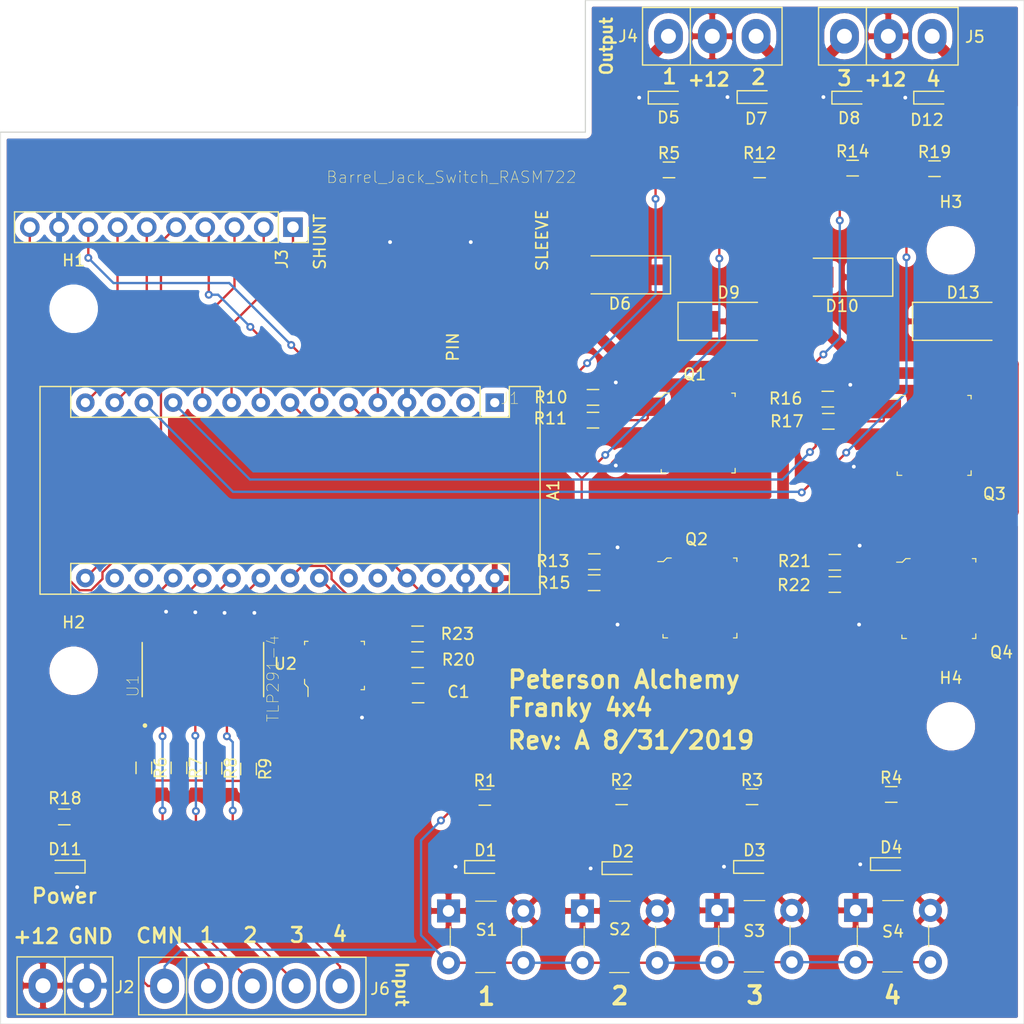
<source format=kicad_pcb>
(kicad_pcb (version 20171130) (host pcbnew "(5.1.2-1)-1")
  (layers (0 F.Cu signal) (31 B.Cu signal) (34 B.Paste user) (35 F.Paste user) (36 B.SilkS user) (37 F.SilkS user) (38 B.Mask user) (39 F.Mask user) (44 Edge.Cuts user))
  (net 0 "")
  (net 1 /SCK)
  (net 2 /MISO)
  (net 3 +12V)
  (net 4 /MOSI)
  (net 5 GND)
  (net 6 /DataOutput4PWM)
  (net 7 "Net-(A1-Pad28)")
  (net 8 /DataOutput3PWM)
  (net 9 +5V)
  (net 10 /XRESET)
  (net 11 "Net-(A1-Pad26)")
  (net 12 /XDCS)
  (net 13 "Net-(A1-Pad25)")
  (net 14 /XCS)
  (net 15 /SCL)
  (net 16 /DataOutput2PWM)
  (net 17 /SDA)
  (net 18 /CS)
  (net 19 /TriggerDigital4)
  (net 20 /DataOutput1PWM)
  (net 21 /TriggerDigital3)
  (net 22 /DREQ)
  (net 23 /TriggerDigital2)
  (net 24 /TriggerDigital1)
  (net 25 "Net-(A1-Pad3)")
  (net 26 "Net-(A1-Pad18)")
  (net 27 "Net-(A1-Pad2)")
  (net 28 "Net-(A1-Pad17)")
  (net 29 "Net-(A1-Pad1)")
  (net 30 "Net-(D1-Pad2)")
  (net 31 "Net-(D2-Pad2)")
  (net 32 "Net-(D3-Pad2)")
  (net 33 "Net-(D4-Pad2)")
  (net 34 "Net-(D5-Pad2)")
  (net 35 /OutputGnd1)
  (net 36 "Net-(D7-Pad2)")
  (net 37 "Net-(D8-Pad2)")
  (net 38 /OutputGnd2)
  (net 39 /OutputGnd3)
  (net 40 "Net-(D11-Pad2)")
  (net 41 "Net-(D12-Pad2)")
  (net 42 /OutputGnd4)
  (net 43 /InputCommon)
  (net 44 /Input1)
  (net 45 /Input2)
  (net 46 /Input3)
  (net 47 /Input4)
  (net 48 "Net-(Q1-Pad1)")
  (net 49 "Net-(Q2-Pad1)")
  (net 50 "Net-(Q3-Pad1)")
  (net 51 "Net-(Q4-Pad1)")
  (net 52 "Net-(R6-Pad1)")
  (net 53 "Net-(R7-Pad1)")
  (net 54 "Net-(R8-Pad1)")
  (net 55 "Net-(R9-Pad1)")
  (net 56 "Net-(U2-Pad1)")
  (net 57 "Net-(U2-Pad2)")
  (net 58 "Net-(U2-Pad7)")
  (net 59 "Net-(U2-Pad3)")
  (module Modules:Arduino_Nano (layer F.Cu) (at 42.926 34.925 270)
    (fp_text reference A1 (at 7.62 -5.08 90) (layer F.SilkS))
    (fp_text value Arduino_Nano_v3.x)
    (pad 16 thru_hole oval (at 15.24 35.56 270) (size 1.6 1.6) (drill 0.8) (layers *.Cu *.Mask) (net 1 /SCK))
    (pad 15 thru_hole oval (at 0 35.56 270) (size 1.6 1.6) (drill 0.8) (layers *.Cu *.Mask) (net 2 /MISO))
    (pad 30 thru_hole oval (at 15.24 0 270) (size 1.6 1.6) (drill 0.8) (layers *.Cu *.Mask) (net 3 +12V))
    (pad 14 thru_hole oval (at 0 33.02 270) (size 1.6 1.6) (drill 0.8) (layers *.Cu *.Mask) (net 4 /MOSI))
    (pad 29 thru_hole oval (at 15.24 2.54 270) (size 1.6 1.6) (drill 0.8) (layers *.Cu *.Mask) (net 5 GND))
    (pad 13 thru_hole oval (at 0 30.48 270) (size 1.6 1.6) (drill 0.8) (layers *.Cu *.Mask) (net 6 /DataOutput4PWM))
    (pad 28 thru_hole oval (at 15.24 5.08 270) (size 1.6 1.6) (drill 0.8) (layers *.Cu *.Mask) (net 7 "Net-(A1-Pad28)"))
    (pad 12 thru_hole oval (at 0 27.94 270) (size 1.6 1.6) (drill 0.8) (layers *.Cu *.Mask) (net 8 /DataOutput3PWM))
    (pad 27 thru_hole oval (at 15.24 7.62 270) (size 1.6 1.6) (drill 0.8) (layers *.Cu *.Mask) (net 9 +5V))
    (pad 11 thru_hole oval (at 0 25.4 270) (size 1.6 1.6) (drill 0.8) (layers *.Cu *.Mask) (net 10 /XRESET))
    (pad 26 thru_hole oval (at 15.24 10.16 270) (size 1.6 1.6) (drill 0.8) (layers *.Cu *.Mask) (net 11 "Net-(A1-Pad26)"))
    (pad 10 thru_hole oval (at 0 22.86 270) (size 1.6 1.6) (drill 0.8) (layers *.Cu *.Mask) (net 12 /XDCS))
    (pad 25 thru_hole oval (at 15.24 12.7 270) (size 1.6 1.6) (drill 0.8) (layers *.Cu *.Mask) (net 13 "Net-(A1-Pad25)"))
    (pad 9 thru_hole oval (at 0 20.32 270) (size 1.6 1.6) (drill 0.8) (layers *.Cu *.Mask) (net 14 /XCS))
    (pad 24 thru_hole oval (at 15.24 15.24 270) (size 1.6 1.6) (drill 0.8) (layers *.Cu *.Mask) (net 15 /SCL))
    (pad 8 thru_hole oval (at 0 17.78 270) (size 1.6 1.6) (drill 0.8) (layers *.Cu *.Mask) (net 16 /DataOutput2PWM))
    (pad 23 thru_hole oval (at 15.24 17.78 270) (size 1.6 1.6) (drill 0.8) (layers *.Cu *.Mask) (net 17 /SDA))
    (pad 7 thru_hole oval (at 0 15.24 270) (size 1.6 1.6) (drill 0.8) (layers *.Cu *.Mask) (net 18 /CS))
    (pad 22 thru_hole oval (at 15.24 20.32 270) (size 1.6 1.6) (drill 0.8) (layers *.Cu *.Mask) (net 19 /TriggerDigital4))
    (pad 6 thru_hole oval (at 0 12.7 270) (size 1.6 1.6) (drill 0.8) (layers *.Cu *.Mask) (net 20 /DataOutput1PWM))
    (pad 21 thru_hole oval (at 15.24 22.86 270) (size 1.6 1.6) (drill 0.8) (layers *.Cu *.Mask) (net 21 /TriggerDigital3))
    (pad 5 thru_hole oval (at 0 10.16 270) (size 1.6 1.6) (drill 0.8) (layers *.Cu *.Mask) (net 22 /DREQ))
    (pad 20 thru_hole oval (at 15.24 25.4 270) (size 1.6 1.6) (drill 0.8) (layers *.Cu *.Mask) (net 23 /TriggerDigital2))
    (pad 4 thru_hole oval (at 0 7.62 270) (size 1.6 1.6) (drill 0.8) (layers *.Cu *.Mask) (net 5 GND))
    (pad 19 thru_hole oval (at 15.24 27.94 270) (size 1.6 1.6) (drill 0.8) (layers *.Cu *.Mask) (net 24 /TriggerDigital1))
    (pad 3 thru_hole oval (at 0 5.08 270) (size 1.6 1.6) (drill 0.8) (layers *.Cu *.Mask) (net 25 "Net-(A1-Pad3)"))
    (pad 18 thru_hole oval (at 15.24 30.48 270) (size 1.6 1.6) (drill 0.8) (layers *.Cu *.Mask) (net 26 "Net-(A1-Pad18)"))
    (pad 2 thru_hole oval (at 0 2.54 270) (size 1.6 1.6) (drill 0.8) (layers *.Cu *.Mask) (net 27 "Net-(A1-Pad2)"))
    (pad 17 thru_hole oval (at 15.24 33.02 270) (size 1.6 1.6) (drill 0.8) (layers *.Cu *.Mask) (net 28 "Net-(A1-Pad17)"))
    (pad 1 thru_hole rect (at 0 0 270) (size 1.6 1.6) (drill 0.8) (layers *.Cu *.Mask) (net 29 "Net-(A1-Pad1)"))
  )
  (module Capacitors_SMD:C_0805_HandSoldering (layer F.Cu) (at 36.2712 60.1472 180)
    (fp_text reference C1 (at -3.5052 0.1016) (layer F.SilkS))
    (fp_text value 10uF)
    (pad 2 smd rect (at 1.25 0 180) (size 1.5 1.25) (layers F.Cu F.Paste F.Mask) (net 5 GND))
    (pad 1 smd rect (at -1.25 0 180) (size 1.5 1.25) (layers F.Cu F.Paste F.Mask) (net 9 +5V))
  )
  (module LEDs:LED_0603_HandSoldering (layer F.Cu) (at 42.1132 75.2602)
    (fp_text reference D1 (at 0 -1.45) (layer F.SilkS))
    (fp_text value "LED ORANGE")
    (pad 1 smd rect (at -1.1 0) (size 1.2 0.9) (layers F.Cu F.Paste F.Mask) (net 5 GND))
    (pad 2 smd rect (at 1.1 0) (size 1.2 0.9) (layers F.Cu F.Paste F.Mask) (net 30 "Net-(D1-Pad2)"))
  )
  (module LEDs:LED_0603_HandSoldering (layer F.Cu) (at 54.0512 75.3618)
    (fp_text reference D2 (at 0 -1.45) (layer F.SilkS))
    (fp_text value "LED ORANGE")
    (pad 2 smd rect (at 1.1 0) (size 1.2 0.9) (layers F.Cu F.Paste F.Mask) (net 31 "Net-(D2-Pad2)"))
    (pad 1 smd rect (at -1.1 0) (size 1.2 0.9) (layers F.Cu F.Paste F.Mask) (net 5 GND))
  )
  (module LEDs:LED_0603_HandSoldering (layer F.Cu) (at 65.4812 75.2602)
    (fp_text reference D3 (at 0 -1.45) (layer F.SilkS))
    (fp_text value "LED ORANGE")
    (pad 1 smd rect (at -1.1 0) (size 1.2 0.9) (layers F.Cu F.Paste F.Mask) (net 5 GND))
    (pad 2 smd rect (at 1.1 0) (size 1.2 0.9) (layers F.Cu F.Paste F.Mask) (net 32 "Net-(D3-Pad2)"))
  )
  (module LEDs:LED_0603_HandSoldering (layer F.Cu) (at 77.3684 75.0062)
    (fp_text reference D4 (at 0 -1.45) (layer F.SilkS))
    (fp_text value "LED ORANGE")
    (pad 2 smd rect (at 1.1 0) (size 1.2 0.9) (layers F.Cu F.Paste F.Mask) (net 33 "Net-(D4-Pad2)"))
    (pad 1 smd rect (at -1.1 0) (size 1.2 0.9) (layers F.Cu F.Paste F.Mask) (net 5 GND))
  )
  (module LEDs:LED_0603_HandSoldering (layer F.Cu) (at 58.0644 8.4328)
    (fp_text reference D5 (at -0.0508 1.7272) (layer F.SilkS))
    (fp_text value "LED GREEN")
    (pad 2 smd rect (at 1.1 0) (size 1.2 0.9) (layers F.Cu F.Paste F.Mask) (net 34 "Net-(D5-Pad2)"))
    (pad 1 smd rect (at -1.1 0) (size 1.2 0.9) (layers F.Cu F.Paste F.Mask) (net 5 GND))
  )
  (module Diodes_SMD:D_SMA_Handsoldering (layer F.Cu) (at 53.7972 23.8252 180)
    (fp_text reference D6 (at 0 -2.5) (layer F.SilkS))
    (fp_text value D_Schottky)
    (pad 2 smd rect (at 2.5 0 180) (size 3.5 1.8) (layers F.Cu F.Paste F.Mask) (net 35 /OutputGnd1))
    (pad 1 smd rect (at -2.5 0 180) (size 3.5 1.8) (layers F.Cu F.Paste F.Mask) (net 3 +12V))
  )
  (module LEDs:LED_0603_HandSoldering (layer F.Cu) (at 65.786 8.382)
    (fp_text reference D7 (at -0.1524 1.8796) (layer F.SilkS))
    (fp_text value "LED GREEN")
    (pad 2 smd rect (at 1.1 0) (size 1.2 0.9) (layers F.Cu F.Paste F.Mask) (net 36 "Net-(D7-Pad2)"))
    (pad 1 smd rect (at -1.1 0) (size 1.2 0.9) (layers F.Cu F.Paste F.Mask) (net 5 GND))
  )
  (module LEDs:LED_0603_HandSoldering (layer F.Cu) (at 74.0156 8.4328)
    (fp_text reference D8 (at -0.3048 1.778) (layer F.SilkS))
    (fp_text value "LED GREEN")
    (pad 1 smd rect (at -1.1 0) (size 1.2 0.9) (layers F.Cu F.Paste F.Mask) (net 5 GND))
    (pad 2 smd rect (at 1.1 0) (size 1.2 0.9) (layers F.Cu F.Paste F.Mask) (net 37 "Net-(D8-Pad2)"))
  )
  (module Diodes_SMD:D_SMA_Handsoldering (layer F.Cu) (at 63.246 27.8638)
    (fp_text reference D9 (at 0 -2.5) (layer F.SilkS))
    (fp_text value D_Schottky)
    (pad 2 smd rect (at 2.5 0) (size 3.5 1.8) (layers F.Cu F.Paste F.Mask) (net 38 /OutputGnd2))
    (pad 1 smd rect (at -2.5 0) (size 3.5 1.8) (layers F.Cu F.Paste F.Mask) (net 3 +12V))
  )
  (module Diodes_SMD:D_SMA_Handsoldering (layer F.Cu) (at 73.1012 24.0284 180)
    (fp_text reference D10 (at 0 -2.5) (layer F.SilkS))
    (fp_text value D_Schottky)
    (pad 1 smd rect (at -2.5 0 180) (size 3.5 1.8) (layers F.Cu F.Paste F.Mask) (net 3 +12V))
    (pad 2 smd rect (at 2.5 0 180) (size 3.5 1.8) (layers F.Cu F.Paste F.Mask) (net 39 /OutputGnd3))
  )
  (module LEDs:LED_0603_HandSoldering (layer F.Cu) (at 5.5372 75.2348 180)
    (fp_text reference D11 (at -0.0508 1.524) (layer F.SilkS))
    (fp_text value "LED RED")
    (pad 2 smd rect (at 1.1 0 180) (size 1.2 0.9) (layers F.Cu F.Paste F.Mask) (net 40 "Net-(D11-Pad2)"))
    (pad 1 smd rect (at -1.1 0 180) (size 1.2 0.9) (layers F.Cu F.Paste F.Mask) (net 5 GND))
  )
  (module LEDs:LED_0603_HandSoldering (layer F.Cu) (at 81.1276 8.4328)
    (fp_text reference D12 (at -0.6604 1.9304) (layer F.SilkS))
    (fp_text value "LED GREEN")
    (pad 1 smd rect (at -1.1 0) (size 1.2 0.9) (layers F.Cu F.Paste F.Mask) (net 5 GND))
    (pad 2 smd rect (at 1.1 0) (size 1.2 0.9) (layers F.Cu F.Paste F.Mask) (net 41 "Net-(D12-Pad2)"))
  )
  (module Diodes_SMD:D_SMA_Handsoldering (layer F.Cu) (at 83.6168 27.8638)
    (fp_text reference D13 (at 0 -2.5) (layer F.SilkS))
    (fp_text value D_Schottky)
    (pad 1 smd rect (at -2.5 0) (size 3.5 1.8) (layers F.Cu F.Paste F.Mask) (net 3 +12V))
    (pad 2 smd rect (at 2.5 0) (size 3.5 1.8) (layers F.Cu F.Paste F.Mask) (net 42 /OutputGnd4))
  )
  (module FrankyAlpha:TerminalBlock-3.81-01x02 (layer F.Cu) (at 5.588 85.5726)
    (fp_text reference J2 (at 5.1816 0.127) (layer F.SilkS))
    (fp_text value Conn_01x02)
    (pad 1 thru_hole oval (at -1.905 0) (size 2.5 3) (drill 1.3) (layers *.Cu *.Mask) (net 3 +12V))
    (pad 2 thru_hole oval (at 1.905 0) (size 2.5 3) (drill 1.3) (layers *.Cu *.Mask) (net 5 GND))
  )
  (module Connector_PinSocket_2.54mm:PinSocket_1x10_P2.54mm_Vertical (layer F.Cu) (at 25.4 19.685 270)
    (fp_text reference J3 (at 2.7686 0.9652 90) (layer F.SilkS))
    (fp_text value Conn_01x10_Male)
    (pad 1 thru_hole rect (at 0 0 270) (size 1.7 1.7) (drill 1) (layers *.Cu *.Mask) (net 22 /DREQ))
    (pad 2 thru_hole oval (at 0 2.54 270) (size 1.7 1.7) (drill 1) (layers *.Cu *.Mask) (net 12 /XDCS))
    (pad 3 thru_hole oval (at 0 5.08 270) (size 1.7 1.7) (drill 1) (layers *.Cu *.Mask) (net 10 /XRESET))
    (pad 4 thru_hole oval (at 0 7.62 270) (size 1.7 1.7) (drill 1) (layers *.Cu *.Mask) (net 14 /XCS))
    (pad 5 thru_hole oval (at 0 10.16 270) (size 1.7 1.7) (drill 1) (layers *.Cu *.Mask) (net 1 /SCK))
    (pad 6 thru_hole oval (at 0 12.7 270) (size 1.7 1.7) (drill 1) (layers *.Cu *.Mask) (net 4 /MOSI))
    (pad 7 thru_hole oval (at 0 15.24 270) (size 1.7 1.7) (drill 1) (layers *.Cu *.Mask) (net 2 /MISO))
    (pad 8 thru_hole oval (at 0 17.78 270) (size 1.7 1.7) (drill 1) (layers *.Cu *.Mask) (net 18 /CS))
    (pad 9 thru_hole oval (at 0 20.32 270) (size 1.7 1.7) (drill 1) (layers *.Cu *.Mask) (net 5 GND))
    (pad 10 thru_hole oval (at 0 22.86 270) (size 1.7 1.7) (drill 1) (layers *.Cu *.Mask) (net 9 +5V))
  )
  (module FrankyAlpha:TerminalBlock-3.81-01x03 (layer F.Cu) (at 61.8236 3.0988)
    (fp_text reference J4 (at -7.3152 0) (layer F.SilkS))
    (fp_text value Conn_01x03)
    (pad 1 thru_hole oval (at -3.81 0) (size 2.5 3) (drill 1.3) (layers *.Cu *.Mask) (net 35 /OutputGnd1))
    (pad 2 thru_hole oval (at 0 0) (size 2.5 3) (drill 1.3) (layers *.Cu *.Mask) (net 3 +12V))
    (pad 3 thru_hole oval (at 3.81 0) (size 2.5 3) (drill 1.3) (layers *.Cu *.Mask) (net 38 /OutputGnd2))
  )
  (module FrankyAlpha:TerminalBlock-3.81-01x03 (layer F.Cu) (at 77.1144 3.0988)
    (fp_text reference J5 (at 7.5184 0.0508) (layer F.SilkS))
    (fp_text value Conn_01x03)
    (pad 3 thru_hole oval (at 3.81 0) (size 2.5 3) (drill 1.3) (layers *.Cu *.Mask) (net 42 /OutputGnd4))
    (pad 2 thru_hole oval (at 0 0) (size 2.5 3) (drill 1.3) (layers *.Cu *.Mask) (net 3 +12V))
    (pad 1 thru_hole oval (at -3.81 0) (size 2.5 3) (drill 1.3) (layers *.Cu *.Mask) (net 39 /OutputGnd3))
  )
  (module FrankyAlpha:TerminalBlock-3.81-01x05 (layer F.Cu) (at 21.8694 85.598)
    (fp_text reference J6 (at 11.0998 0.254) (layer F.SilkS))
    (fp_text value Conn_01x05)
    (pad 1 thru_hole oval (at -7.62 0) (size 2.5 3) (drill 1.3) (layers *.Cu *.Mask) (net 43 /InputCommon))
    (pad 2 thru_hole oval (at -3.81 0) (size 2.5 3) (drill 1.3) (layers *.Cu *.Mask) (net 44 /Input1))
    (pad 3 thru_hole oval (at 0 0) (size 2.5 3) (drill 1.3) (layers *.Cu *.Mask) (net 45 /Input2))
    (pad 4 thru_hole oval (at 3.81 0) (size 2.5 3) (drill 1.3) (layers *.Cu *.Mask) (net 46 /Input3))
    (pad 5 thru_hole oval (at 7.62 0) (size 2.5 3) (drill 1.3) (layers *.Cu *.Mask) (net 47 /Input4))
  )
  (module digikey-footprints:TO-252-3 (layer F.Cu) (at 60.2996 37.5666)
    (fp_text reference Q1 (at 0 -5.1 180) (layer F.SilkS))
    (fp_text value FQD13N06L)
    (pad 3 smd rect (at -4.08 2.285 180) (size 3 1.6) (layers F.Cu F.Paste F.Mask) (net 5 GND))
    (pad 4 smd rect (at 3.09 0 180) (size 6.2 5.8) (layers F.Cu F.Paste F.Mask) (net 35 /OutputGnd1))
    (pad 1 smd rect (at -4.08 -2.285 180) (size 3 1.6) (layers F.Cu F.Paste F.Mask) (net 48 "Net-(Q1-Pad1)"))
  )
  (module digikey-footprints:TO-252-3 (layer F.Cu) (at 60.452 51.8922)
    (fp_text reference Q2 (at 0 -5.1 180) (layer F.SilkS))
    (fp_text value FQD13N06L)
    (pad 1 smd rect (at -4.08 -2.285 180) (size 3 1.6) (layers F.Cu F.Paste F.Mask) (net 49 "Net-(Q2-Pad1)"))
    (pad 4 smd rect (at 3.09 0 180) (size 6.2 5.8) (layers F.Cu F.Paste F.Mask) (net 38 /OutputGnd2))
    (pad 3 smd rect (at -4.08 2.285 180) (size 3 1.6) (layers F.Cu F.Paste F.Mask) (net 5 GND))
  )
  (module digikey-footprints:TO-252-3 (layer F.Cu) (at 80.7974 37.7698)
    (fp_text reference Q3 (at 5.5372 5.08 180) (layer F.SilkS))
    (fp_text value FQD13N06L)
    (pad 3 smd rect (at -4.08 2.285 180) (size 3 1.6) (layers F.Cu F.Paste F.Mask) (net 5 GND))
    (pad 4 smd rect (at 3.09 0 180) (size 6.2 5.8) (layers F.Cu F.Paste F.Mask) (net 39 /OutputGnd3))
    (pad 1 smd rect (at -4.08 -2.285 180) (size 3 1.6) (layers F.Cu F.Paste F.Mask) (net 50 "Net-(Q3-Pad1)"))
  )
  (module digikey-footprints:TO-252-3 (layer F.Cu) (at 81.2038 51.943)
    (fp_text reference Q4 (at 5.7404 4.6736 180) (layer F.SilkS))
    (fp_text value FQD13N06L)
    (pad 1 smd rect (at -4.08 -2.285 180) (size 3 1.6) (layers F.Cu F.Paste F.Mask) (net 51 "Net-(Q4-Pad1)"))
    (pad 4 smd rect (at 3.09 0 180) (size 6.2 5.8) (layers F.Cu F.Paste F.Mask) (net 42 /OutputGnd4))
    (pad 3 smd rect (at -4.08 2.285 180) (size 3 1.6) (layers F.Cu F.Paste F.Mask) (net 5 GND))
  )
  (module Resistors_SMD:R_0603_HandSoldering (layer F.Cu) (at 42.0624 69.215)
    (fp_text reference R1 (at 0 -1.45) (layer F.SilkS))
    (fp_text value 560)
    (pad 1 smd rect (at -1.1 0) (size 1.2 0.9) (layers F.Cu F.Paste F.Mask) (net 43 /InputCommon))
    (pad 2 smd rect (at 1.1 0) (size 1.2 0.9) (layers F.Cu F.Paste F.Mask) (net 30 "Net-(D1-Pad2)"))
  )
  (module Resistors_SMD:R_0603_HandSoldering (layer F.Cu) (at 53.9496 69.1642)
    (fp_text reference R2 (at 0 -1.45) (layer F.SilkS))
    (fp_text value 560)
    (pad 2 smd rect (at 1.1 0) (size 1.2 0.9) (layers F.Cu F.Paste F.Mask) (net 31 "Net-(D2-Pad2)"))
    (pad 1 smd rect (at -1.1 0) (size 1.2 0.9) (layers F.Cu F.Paste F.Mask) (net 43 /InputCommon))
  )
  (module Resistors_SMD:R_0603_HandSoldering (layer F.Cu) (at 65.278 69.1642)
    (fp_text reference R3 (at 0 -1.45) (layer F.SilkS))
    (fp_text value 560)
    (pad 1 smd rect (at -1.1 0) (size 1.2 0.9) (layers F.Cu F.Paste F.Mask) (net 43 /InputCommon))
    (pad 2 smd rect (at 1.1 0) (size 1.2 0.9) (layers F.Cu F.Paste F.Mask) (net 32 "Net-(D3-Pad2)"))
  )
  (module Resistors_SMD:R_0603_HandSoldering (layer F.Cu) (at 77.3684 68.961)
    (fp_text reference R4 (at 0 -1.45) (layer F.SilkS))
    (fp_text value 560)
    (pad 2 smd rect (at 1.1 0) (size 1.2 0.9) (layers F.Cu F.Paste F.Mask) (net 33 "Net-(D4-Pad2)"))
    (pad 1 smd rect (at -1.1 0) (size 1.2 0.9) (layers F.Cu F.Paste F.Mask) (net 43 /InputCommon))
  )
  (module Resistors_SMD:R_0603_HandSoldering (layer F.Cu) (at 58.0644 14.7066)
    (fp_text reference R5 (at 0 -1.45) (layer F.SilkS))
    (fp_text value 330)
    (pad 2 smd rect (at 1.1 0) (size 1.2 0.9) (layers F.Cu F.Paste F.Mask) (net 34 "Net-(D5-Pad2)"))
    (pad 1 smd rect (at -1.1 0) (size 1.2 0.9) (layers F.Cu F.Paste F.Mask) (net 20 /DataOutput1PWM))
  )
  (module Resistors_SMD:R_0603_HandSoldering (layer F.Cu) (at 12.446 66.6496 270)
    (fp_text reference R6 (at 0 -1.45 90) (layer F.SilkS))
    (fp_text value 220)
    (pad 2 smd rect (at 1.1 0 270) (size 1.2 0.9) (layers F.Cu F.Paste F.Mask) (net 43 /InputCommon))
    (pad 1 smd rect (at -1.1 0 270) (size 1.2 0.9) (layers F.Cu F.Paste F.Mask) (net 52 "Net-(R6-Pad1)"))
  )
  (module Resistors_SMD:R_0603_HandSoldering (layer F.Cu) (at 15.494 66.6496 270)
    (fp_text reference R7 (at 0 -1.45 90) (layer F.SilkS))
    (fp_text value 220)
    (pad 2 smd rect (at 1.1 0 270) (size 1.2 0.9) (layers F.Cu F.Paste F.Mask) (net 43 /InputCommon))
    (pad 1 smd rect (at -1.1 0 270) (size 1.2 0.9) (layers F.Cu F.Paste F.Mask) (net 53 "Net-(R7-Pad1)"))
  )
  (module Resistors_SMD:R_0603_HandSoldering (layer F.Cu) (at 18.542 66.6828 270)
    (fp_text reference R8 (at 0 -1.45 90) (layer F.SilkS))
    (fp_text value 220)
    (pad 2 smd rect (at 1.1 0 270) (size 1.2 0.9) (layers F.Cu F.Paste F.Mask) (net 43 /InputCommon))
    (pad 1 smd rect (at -1.1 0 270) (size 1.2 0.9) (layers F.Cu F.Paste F.Mask) (net 54 "Net-(R8-Pad1)"))
  )
  (module Resistors_SMD:R_0603_HandSoldering (layer F.Cu) (at 21.5392 66.7512 270)
    (fp_text reference R9 (at 0 -1.45 90) (layer F.SilkS))
    (fp_text value 220)
    (pad 1 smd rect (at -1.1 0 270) (size 1.2 0.9) (layers F.Cu F.Paste F.Mask) (net 55 "Net-(R9-Pad1)"))
    (pad 2 smd rect (at 1.1 0 270) (size 1.2 0.9) (layers F.Cu F.Paste F.Mask) (net 43 /InputCommon))
  )
  (module Resistors_SMD:R_0603_HandSoldering (layer F.Cu) (at 51.4604 34.4678)
    (fp_text reference R10 (at -3.6576 0) (layer F.SilkS))
    (fp_text value 10K)
    (pad 1 smd rect (at -1.1 0) (size 1.2 0.9) (layers F.Cu F.Paste F.Mask) (net 20 /DataOutput1PWM))
    (pad 2 smd rect (at 1.1 0) (size 1.2 0.9) (layers F.Cu F.Paste F.Mask) (net 5 GND))
  )
  (module Resistors_SMD:R_0603_HandSoldering (layer F.Cu) (at 51.4604 36.449 180)
    (fp_text reference R11 (at 3.7084 0.1524) (layer F.SilkS))
    (fp_text value 10K)
    (pad 2 smd rect (at 1.1 0 180) (size 1.2 0.9) (layers F.Cu F.Paste F.Mask) (net 20 /DataOutput1PWM))
    (pad 1 smd rect (at -1.1 0 180) (size 1.2 0.9) (layers F.Cu F.Paste F.Mask) (net 48 "Net-(Q1-Pad1)"))
  )
  (module Resistors_SMD:R_0603_HandSoldering (layer F.Cu) (at 65.9384 14.7066)
    (fp_text reference R12 (at 0 -1.45) (layer F.SilkS))
    (fp_text value 330)
    (pad 1 smd rect (at -1.1 0) (size 1.2 0.9) (layers F.Cu F.Paste F.Mask) (net 16 /DataOutput2PWM))
    (pad 2 smd rect (at 1.1 0) (size 1.2 0.9) (layers F.Cu F.Paste F.Mask) (net 36 "Net-(D7-Pad2)"))
  )
  (module Resistors_SMD:R_0603_HandSoldering (layer F.Cu) (at 51.5796 48.7426)
    (fp_text reference R13 (at -3.6068 -0.0508) (layer F.SilkS))
    (fp_text value 10K)
    (pad 1 smd rect (at -1.1 0) (size 1.2 0.9) (layers F.Cu F.Paste F.Mask) (net 16 /DataOutput2PWM))
    (pad 2 smd rect (at 1.1 0) (size 1.2 0.9) (layers F.Cu F.Paste F.Mask) (net 5 GND))
  )
  (module Resistors_SMD:R_0603_HandSoldering (layer F.Cu) (at 74.0156 14.5542)
    (fp_text reference R14 (at 0 -1.45) (layer F.SilkS))
    (fp_text value 330)
    (pad 2 smd rect (at 1.1 0) (size 1.2 0.9) (layers F.Cu F.Paste F.Mask) (net 37 "Net-(D8-Pad2)"))
    (pad 1 smd rect (at -1.1 0) (size 1.2 0.9) (layers F.Cu F.Paste F.Mask) (net 8 /DataOutput3PWM))
  )
  (module Resistors_SMD:R_0603_HandSoldering (layer F.Cu) (at 51.562 50.5714 180)
    (fp_text reference R15 (at 3.5052 0) (layer F.SilkS))
    (fp_text value 10K)
    (pad 2 smd rect (at 1.1 0 180) (size 1.2 0.9) (layers F.Cu F.Paste F.Mask) (net 16 /DataOutput2PWM))
    (pad 1 smd rect (at -1.1 0 180) (size 1.2 0.9) (layers F.Cu F.Paste F.Mask) (net 49 "Net-(Q2-Pad1)"))
  )
  (module Resistors_SMD:R_0603_HandSoldering (layer F.Cu) (at 71.8566 34.6202)
    (fp_text reference R16 (at -3.6576 -0.0508) (layer F.SilkS))
    (fp_text value 10K)
    (pad 2 smd rect (at 1.1 0) (size 1.2 0.9) (layers F.Cu F.Paste F.Mask) (net 5 GND))
    (pad 1 smd rect (at -1.1 0) (size 1.2 0.9) (layers F.Cu F.Paste F.Mask) (net 8 /DataOutput3PWM))
  )
  (module Resistors_SMD:R_0603_HandSoldering (layer F.Cu) (at 71.9074 36.5506 180)
    (fp_text reference R17 (at 3.6068 0) (layer F.SilkS))
    (fp_text value 10K)
    (pad 1 smd rect (at -1.1 0 180) (size 1.2 0.9) (layers F.Cu F.Paste F.Mask) (net 50 "Net-(Q3-Pad1)"))
    (pad 2 smd rect (at 1.1 0 180) (size 1.2 0.9) (layers F.Cu F.Paste F.Mask) (net 8 /DataOutput3PWM))
  )
  (module Resistors_SMD:R_0603_HandSoldering (layer F.Cu) (at 5.5372 70.9168 180)
    (fp_text reference R18 (at -0.0508 1.6256) (layer F.SilkS))
    (fp_text value 560)
    (pad 1 smd rect (at -1.1 0 180) (size 1.2 0.9) (layers F.Cu F.Paste F.Mask) (net 3 +12V))
    (pad 2 smd rect (at 1.1 0 180) (size 1.2 0.9) (layers F.Cu F.Paste F.Mask) (net 40 "Net-(D11-Pad2)"))
  )
  (module Resistors_SMD:R_0603_HandSoldering (layer F.Cu) (at 81.1276 14.605)
    (fp_text reference R19 (at 0 -1.45) (layer F.SilkS))
    (fp_text value 330)
    (pad 1 smd rect (at -1.1 0) (size 1.2 0.9) (layers F.Cu F.Paste F.Mask) (net 6 /DataOutput4PWM))
    (pad 2 smd rect (at 1.1 0) (size 1.2 0.9) (layers F.Cu F.Paste F.Mask) (net 41 "Net-(D12-Pad2)"))
  )
  (module Resistors_SMD:R_0603_HandSoldering (layer F.Cu) (at 36.2204 57.2516 180)
    (fp_text reference R20 (at -3.556 0) (layer F.SilkS))
    (fp_text value 4.7K)
    (pad 2 smd rect (at 1.1 0 180) (size 1.2 0.9) (layers F.Cu F.Paste F.Mask) (net 15 /SCL))
    (pad 1 smd rect (at -1.1 0 180) (size 1.2 0.9) (layers F.Cu F.Paste F.Mask) (net 9 +5V))
  )
  (module Resistors_SMD:R_0603_HandSoldering (layer F.Cu) (at 72.4662 48.7934)
    (fp_text reference R21 (at -3.5052 -0.1016) (layer F.SilkS))
    (fp_text value 10K)
    (pad 2 smd rect (at 1.1 0) (size 1.2 0.9) (layers F.Cu F.Paste F.Mask) (net 5 GND))
    (pad 1 smd rect (at -1.1 0) (size 1.2 0.9) (layers F.Cu F.Paste F.Mask) (net 6 /DataOutput4PWM))
  )
  (module Resistors_SMD:R_0603_HandSoldering (layer F.Cu) (at 72.4662 50.7238 180)
    (fp_text reference R22 (at 3.556 -0.0508) (layer F.SilkS))
    (fp_text value 10K)
    (pad 1 smd rect (at -1.1 0 180) (size 1.2 0.9) (layers F.Cu F.Paste F.Mask) (net 51 "Net-(Q4-Pad1)"))
    (pad 2 smd rect (at 1.1 0 180) (size 1.2 0.9) (layers F.Cu F.Paste F.Mask) (net 6 /DataOutput4PWM))
  )
  (module Resistors_SMD:R_0603_HandSoldering (layer F.Cu) (at 36.2204 55.0164 180)
    (fp_text reference R23 (at -3.4544 0) (layer F.SilkS))
    (fp_text value 4.7K)
    (pad 1 smd rect (at -1.1 0 180) (size 1.2 0.9) (layers F.Cu F.Paste F.Mask) (net 9 +5V))
    (pad 2 smd rect (at 1.1 0 180) (size 1.2 0.9) (layers F.Cu F.Paste F.Mask) (net 17 /SDA))
  )
  (module digikey-footprints:Switch_Tactile_THT_B3F-1xxx (layer F.Cu) (at 38.9128 79.0702)
    (fp_text reference S1 (at 3.302 1.651) (layer F.SilkS))
    (fp_text value B3F-1000)
    (pad 4 thru_hole circle (at 6.5012 4.5106) (size 2 2) (drill 1) (layers *.Cu *.Mask) (net 43 /InputCommon))
    (pad 3 thru_hole circle (at 0.0012 4.5106) (size 2 2) (drill 1) (layers *.Cu *.Mask) (net 43 /InputCommon))
    (pad 2 thru_hole circle (at 6.5012 0.0106) (size 2 2) (drill 1) (layers *.Cu *.Mask) (net 3 +12V))
    (pad 1 thru_hole rect (at 0.0012 0.0106) (size 2 2) (drill 1) (layers *.Cu *.Mask) (net 3 +12V))
  )
  (module digikey-footprints:Switch_Tactile_THT_B3F-1xxx (layer F.Cu) (at 50.546 79.0702)
    (fp_text reference S2 (at 3.2512 1.6002) (layer F.SilkS))
    (fp_text value B3F-1000)
    (pad 1 thru_hole rect (at 0.0012 0.0106) (size 2 2) (drill 1) (layers *.Cu *.Mask) (net 3 +12V))
    (pad 2 thru_hole circle (at 6.5012 0.0106) (size 2 2) (drill 1) (layers *.Cu *.Mask) (net 3 +12V))
    (pad 3 thru_hole circle (at 0.0012 4.5106) (size 2 2) (drill 1) (layers *.Cu *.Mask) (net 43 /InputCommon))
    (pad 4 thru_hole circle (at 6.5012 4.5106) (size 2 2) (drill 1) (layers *.Cu *.Mask) (net 43 /InputCommon))
  )
  (module digikey-footprints:Switch_Tactile_THT_B3F-1xxx (layer F.Cu) (at 62.23 79.0194)
    (fp_text reference S3 (at 3.2512 1.8034) (layer F.SilkS))
    (fp_text value B3F-1000)
    (pad 4 thru_hole circle (at 6.5012 4.5106) (size 2 2) (drill 1) (layers *.Cu *.Mask) (net 43 /InputCommon))
    (pad 3 thru_hole circle (at 0.0012 4.5106) (size 2 2) (drill 1) (layers *.Cu *.Mask) (net 43 /InputCommon))
    (pad 2 thru_hole circle (at 6.5012 0.0106) (size 2 2) (drill 1) (layers *.Cu *.Mask) (net 3 +12V))
    (pad 1 thru_hole rect (at 0.0012 0.0106) (size 2 2) (drill 1) (layers *.Cu *.Mask) (net 3 +12V))
  )
  (module digikey-footprints:Switch_Tactile_THT_B3F-1xxx (layer F.Cu) (at 74.2696 79.0194)
    (fp_text reference S4 (at 3.2512 1.8542) (layer F.SilkS))
    (fp_text value B3F-1000)
    (pad 1 thru_hole rect (at 0.0012 0.0106) (size 2 2) (drill 1) (layers *.Cu *.Mask) (net 3 +12V))
    (pad 2 thru_hole circle (at 6.5012 0.0106) (size 2 2) (drill 1) (layers *.Cu *.Mask) (net 3 +12V))
    (pad 3 thru_hole circle (at 0.0012 4.5106) (size 2 2) (drill 1) (layers *.Cu *.Mask) (net 43 /InputCommon))
    (pad 4 thru_hole circle (at 6.5012 4.5106) (size 2 2) (drill 1) (layers *.Cu *.Mask) (net 43 /InputCommon))
  )
  (module TLP291-4_TP_E_:SOIC127P700X229-16N (layer F.Cu) (at 17.5768 58.1152 90)
    (fp_text reference U1 (at -1.42 -6.087 90) (layer F.SilkS) (effects (font (thickness 0.05))))
    (fp_text value TLP291-4 (at -0.785 6.087 90) (layer F.SilkS) (effects (font (thickness 0.05))))
    (pad 1 smd rect (at -3.25 -4.445 90) (size 1.61 0.59) (layers F.Cu F.Paste F.Mask) (net 52 "Net-(R6-Pad1)"))
    (pad 2 smd rect (at -3.25 -3.175 90) (size 1.61 0.59) (layers F.Cu F.Paste F.Mask) (net 44 /Input1))
    (pad 3 smd rect (at -3.25 -1.905 90) (size 1.61 0.59) (layers F.Cu F.Paste F.Mask) (net 53 "Net-(R7-Pad1)"))
    (pad 4 smd rect (at -3.25 -0.635 90) (size 1.61 0.59) (layers F.Cu F.Paste F.Mask) (net 45 /Input2))
    (pad 5 smd rect (at -3.25 0.635 90) (size 1.61 0.59) (layers F.Cu F.Paste F.Mask) (net 54 "Net-(R8-Pad1)"))
    (pad 6 smd rect (at -3.25 1.905 90) (size 1.61 0.59) (layers F.Cu F.Paste F.Mask) (net 46 /Input3))
    (pad 7 smd rect (at -3.25 3.175 90) (size 1.61 0.59) (layers F.Cu F.Paste F.Mask) (net 55 "Net-(R9-Pad1)"))
    (pad 8 smd rect (at -3.25 4.445 90) (size 1.61 0.59) (layers F.Cu F.Paste F.Mask) (net 47 /Input4))
    (pad 9 smd rect (at 3.25 4.445 90) (size 1.61 0.59) (layers F.Cu F.Paste F.Mask) (net 5 GND))
    (pad 10 smd rect (at 3.25 3.175 90) (size 1.61 0.59) (layers F.Cu F.Paste F.Mask) (net 19 /TriggerDigital4))
    (pad 11 smd rect (at 3.25 1.905 90) (size 1.61 0.59) (layers F.Cu F.Paste F.Mask) (net 5 GND))
    (pad 12 smd rect (at 3.25 0.635 90) (size 1.61 0.59) (layers F.Cu F.Paste F.Mask) (net 21 /TriggerDigital3))
    (pad 13 smd rect (at 3.25 -0.635 90) (size 1.61 0.59) (layers F.Cu F.Paste F.Mask) (net 5 GND))
    (pad 14 smd rect (at 3.25 -1.905 90) (size 1.61 0.59) (layers F.Cu F.Paste F.Mask) (net 23 /TriggerDigital2))
    (pad 15 smd rect (at 3.25 -3.175 90) (size 1.61 0.59) (layers F.Cu F.Paste F.Mask) (net 5 GND))
    (pad 16 smd rect (at 3.25 -4.445 90) (size 1.61 0.59) (layers F.Cu F.Paste F.Mask) (net 24 /TriggerDigital1))
  )
  (module digikey-footprints:SOIC-8_W3.9mm (layer F.Cu) (at 29.0068 57.7596)
    (fp_text reference U2 (at -4.2672 -0.1524) (layer F.SilkS))
    (fp_text value MB85RC256VPF-G-JNERE2)
    (pad 1 smd rect (at -1.905 2.45) (size 0.6 2) (layers F.Cu F.Paste F.Mask) (net 56 "Net-(U2-Pad1)"))
    (pad 2 smd rect (at -0.635 2.45) (size 0.6 2) (layers F.Cu F.Paste F.Mask) (net 57 "Net-(U2-Pad2)"))
    (pad 4 smd rect (at 1.905 2.45) (size 0.6 2) (layers F.Cu F.Paste F.Mask) (net 5 GND))
    (pad 5 smd rect (at 1.905 -2.45) (size 0.6 2) (layers F.Cu F.Paste F.Mask) (net 17 /SDA))
    (pad 6 smd rect (at 0.635 -2.45) (size 0.6 2) (layers F.Cu F.Paste F.Mask) (net 15 /SCL))
    (pad 7 smd rect (at -0.635 -2.45) (size 0.6 2) (layers F.Cu F.Paste F.Mask) (net 58 "Net-(U2-Pad7)"))
    (pad 8 smd rect (at -1.905 -2.45) (size 0.6 2) (layers F.Cu F.Paste F.Mask) (net 9 +5V))
    (pad 3 smd rect (at 0.635 2.45) (size 0.6 2) (layers F.Cu F.Paste F.Mask) (net 59 "Net-(U2-Pad3)"))
  )
  (module FrankyAlpha:SWITCHCRAFT_RASM722X_Pin_Numbers (layer F.Cu) (at 36.6261 30.0953 180)
    (fp_text reference J1 (at -7.6272 -4.4492) (layer F.SilkS) (effects (font (size 1.00094 1.00094) (thickness 0.05))))
    (fp_text value Barrel_Jack_Switch_RASM722 (at -2.5407 14.7537) (layer F.SilkS) (effects (font (size 1.0002 1.0002) (thickness 0.05))))
    (fp_text user PIN (at -2.667 0 90) (layer F.SilkS))
    (fp_text user SHUNT (at 8.89 9.144 90) (layer F.SilkS))
    (fp_text user SLEEVE (at -10.414 9.271 90) (layer F.SilkS))
    (pad 1 smd rect (at 0 0 270) (size 4.06 3.3) (layers F.Cu F.Paste F.Mask) (net 3 +12V))
    (pad 3 smd rect (at 6.0992 9.1401 270) (size 6.35 3.3) (layers F.Cu F.Paste F.Mask) (net 5 GND))
    (pad 2 smd rect (at -7.1889 9.1403 270) (size 6.35 3.81) (layers F.Cu F.Paste F.Mask) (net 5 GND))
  )
  (module Mounting_Holes:MountingHole_3.2mm_M3 (layer F.Cu) (at 6.35 26.7716)
    (fp_text reference H1 (at 0 -4.2) (layer F.SilkS))
    (fp_text value MountingHole)
    (pad 1 np_thru_hole circle (at 0 0) (size 3.2 3.2) (drill 3.2) (layers *.Cu *.Mask))
  )
  (module Mounting_Holes:MountingHole_3.2mm_M3 (layer F.Cu) (at 6.35 58.2168)
    (fp_text reference H2 (at 0 -4.2) (layer F.SilkS))
    (fp_text value MountingHole)
    (pad 1 np_thru_hole circle (at 0 0) (size 3.2 3.2) (drill 3.2) (layers *.Cu *.Mask))
  )
  (module Mounting_Holes:MountingHole_3.2mm_M3 (layer F.Cu) (at 82.55 21.6916)
    (fp_text reference H3 (at 0 -4.2) (layer F.SilkS))
    (fp_text value MountingHole)
    (pad 1 np_thru_hole circle (at 0 0) (size 3.2 3.2) (drill 3.2) (layers *.Cu *.Mask))
  )
  (module Mounting_Holes:MountingHole_3.2mm_M3 (layer F.Cu) (at 82.55 63.0428)
    (fp_text reference H4 (at 0 -4.2) (layer F.SilkS))
    (fp_text value MountingHole)
    (pad 1 np_thru_hole circle (at 0 0) (size 3.2 3.2) (drill 3.2) (layers *.Cu *.Mask))
  )
  (gr_text Input (at 34.8488 85.4456 270) (layer F.SilkS) (effects (font (size 1.016 1.016) (thickness 0.2159))))
  (gr_text Output (at 52.6288 3.9624 90) (layer F.SilkS) (effects (font (size 1.016 1.016) (thickness 0.2159))))
  (gr_text +12 (at 61.5188 6.858) (layer F.SilkS) (effects (font (size 1.143 1.143) (thickness 0.2286))))
  (gr_text +12 (at 76.8604 6.858) (layer F.SilkS) (effects (font (size 1.143 1.143) (thickness 0.2286))))
  (gr_text 4 (at 81.026 6.8072) (layer F.SilkS) (effects (font (size 1.27 1.27) (thickness 0.2286))))
  (gr_text 3 (at 73.3044 6.7564) (layer F.SilkS) (effects (font (size 1.27 1.27) (thickness 0.2286))))
  (gr_text 2 (at 65.8368 6.6548) (layer F.SilkS) (effects (font (size 1.27 1.27) (thickness 0.2286))))
  (gr_text 1 (at 58.1152 6.604) (layer F.SilkS) (effects (font (size 1.27 1.27) (thickness 0.2286))))
  (gr_text 4 (at 77.47 86.4108) (layer F.SilkS) (effects (font (size 1.5 1.5) (thickness 0.3))))
  (gr_text 3 (at 65.532 86.4108) (layer F.SilkS) (effects (font (size 1.5 1.5) (thickness 0.3))))
  (gr_text 2 (at 53.7972 86.4616) (layer F.SilkS) (effects (font (size 1.5 1.5) (thickness 0.3))))
  (gr_text 1 (at 42.2148 86.5124) (layer F.SilkS) (effects (font (size 1.5 1.5) (thickness 0.3))))
  (gr_text Power (at 5.5372 77.7748) (layer F.SilkS) (effects (font (size 1.27 1.27) (thickness 0.2286))))
  (gr_text 4 (at 29.464 81.0768) (layer F.SilkS) (effects (font (size 1.27 1.27) (thickness 0.2286))))
  (gr_text 3 (at 25.7556 81.1784) (layer F.SilkS) (effects (font (size 1.27 1.27) (thickness 0.2286))))
  (gr_text 2 (at 21.6916 81.1784) (layer F.SilkS) (effects (font (size 1.27 1.27) (thickness 0.2286))))
  (gr_text 1 (at 17.9324 81.1784) (layer F.SilkS) (effects (font (size 1.27 1.27) (thickness 0.2286))))
  (gr_text CMN (at 13.8176 81.2292) (layer F.SilkS) (effects (font (size 1.27 1.27) (thickness 0.2286))))
  (gr_text GND (at 7.8232 81.28) (layer F.SilkS) (effects (font (size 1.27 1.27) (thickness 0.2286))))
  (gr_text +12 (at 3.0988 81.28) (layer F.SilkS) (effects (font (size 1.27 1.27) (thickness 0.2286))))
  (gr_text "Rev: A 8/31/2019" (at 54.7624 64.262) (layer F.SilkS) (effects (font (size 1.5 1.5) (thickness 0.3))))
  (gr_text "Franky 4x4" (at 50.3428 61.4172) (layer F.SilkS) (effects (font (size 1.5 1.5) (thickness 0.3))))
  (gr_text "Peterson Alchemy" (at 54.1528 58.9788) (layer F.SilkS) (effects (font (size 1.5 1.5) (thickness 0.3))))
  (gr_line (start 50.8 0) (end 88.9 0) (layer Edge.Cuts) (width 0.05))
  (gr_line (start 88.9 88.9) (end 88.9 0) (layer Edge.Cuts) (width 0.05))
  (gr_line (start 0 88.9) (end 88.9 88.9) (layer Edge.Cuts) (width 0.05))
  (gr_line (start 0 11.43) (end 0 88.9) (layer Edge.Cuts) (width 0.05))
  (gr_line (start 50.8 11.43) (end 0 11.43) (layer Edge.Cuts) (width 0.1))
  (gr_line (start 50.8 0) (end 50.8 11.43) (layer Edge.Cuts) (width 0.1))
  (segment (start 14.390001 20.534999) (end 15.24 19.685) (width 0.2032) (layer F.Cu) (net 1))
  (segment (start 13.931999 20.993001) (end 14.390001 20.534999) (width 0.2032) (layer F.Cu) (net 1))
  (segment (start 13.931999 43.599001) (end 13.931999 20.993001) (width 0.2032) (layer F.Cu) (net 1))
  (segment (start 7.366 50.165) (end 13.931999 43.599001) (width 0.2032) (layer F.Cu) (net 1))
  (segment (start 7.366 34.925) (end 10.2108 32.0802) (width 0.2032) (layer F.Cu) (net 2))
  (segment (start 10.16 32.0294) (end 10.16 19.685) (width 0.2032) (layer F.Cu) (net 2))
  (segment (start 10.2108 32.0802) (end 10.16 32.0294) (width 0.2032) (layer F.Cu) (net 2))
  (segment (start 62.1804 79.0808) (end 62.2312 79.03) (width 0.508) (layer F.Cu) (net 3))
  (segment (start 9.906 34.925) (end 12.7 32.131) (width 0.2032) (layer F.Cu) (net 4))
  (segment (start 12.7 32.131) (end 12.7 19.685) (width 0.2032) (layer F.Cu) (net 4))
  (via (at 33.8328 20.9804) (size 0.6858) (drill 0.3302) (layers F.Cu B.Cu) (net 5))
  (segment (start 33.8076 20.9552) (end 33.8328 20.9804) (width 0.508) (layer F.Cu) (net 5))
  (segment (start 30.5269 20.9552) (end 33.8076 20.9552) (width 0.508) (layer F.Cu) (net 5))
  (segment (start 6.5864 84.666) (end 7.493 85.5726) (width 0.2032) (layer F.Cu) (net 5))
  (segment (start 14.4018 54.8652) (end 14.4018 54.3552) (width 0.2032) (layer F.Cu) (net 5))
  (segment (start 16.9418 54.8652) (end 16.9418 54.3552) (width 0.2032) (layer F.Cu) (net 5))
  (segment (start 19.4818 54.8652) (end 19.4818 54.1782) (width 0.2032) (layer F.Cu) (net 5))
  (via (at 31.3944 62.2808) (size 0.6858) (drill 0.3302) (layers F.Cu B.Cu) (net 5))
  (segment (start 30.9118 61.7982) (end 31.3944 62.2808) (width 0.2032) (layer F.Cu) (net 5))
  (segment (start 30.9118 60.2096) (end 30.9118 61.7982) (width 0.2032) (layer F.Cu) (net 5))
  (segment (start 30.9742 60.1472) (end 30.9118 60.2096) (width 0.2032) (layer F.Cu) (net 5))
  (segment (start 35.0212 60.1472) (end 30.9742 60.1472) (width 0.2032) (layer F.Cu) (net 5))
  (via (at 40.8432 20.9804) (size 0.6858) (drill 0.3302) (layers F.Cu B.Cu) (net 5))
  (segment (start 40.8686 20.955) (end 40.8432 20.9804) (width 0.508) (layer F.Cu) (net 5))
  (segment (start 43.815 20.955) (end 40.8686 20.955) (width 0.508) (layer F.Cu) (net 5))
  (segment (start 76.7174 40.0548) (end 75.5152 40.0548) (width 0.508) (layer F.Cu) (net 5))
  (via (at 73.8124 33.3756) (size 0.6858) (drill 0.3302) (layers F.Cu B.Cu) (net 5))
  (segment (start 72.9566 34.2314) (end 73.8124 33.3756) (width 0.2032) (layer F.Cu) (net 5))
  (segment (start 72.9566 34.6202) (end 72.9566 34.2314) (width 0.2032) (layer F.Cu) (net 5))
  (via (at 53.4416 33.1724) (size 0.6858) (drill 0.3302) (layers F.Cu B.Cu) (net 5))
  (segment (start 52.5604 34.0536) (end 53.4416 33.1724) (width 0.2032) (layer F.Cu) (net 5))
  (segment (start 52.5604 34.4678) (end 52.5604 34.0536) (width 0.2032) (layer F.Cu) (net 5))
  (via (at 53.594 47.498) (size 0.6858) (drill 0.3302) (layers F.Cu B.Cu) (net 5))
  (segment (start 52.6796 48.4124) (end 53.594 47.498) (width 0.2032) (layer F.Cu) (net 5))
  (segment (start 52.6796 48.7426) (end 52.6796 48.4124) (width 0.2032) (layer F.Cu) (net 5))
  (via (at 74.6252 47.3456) (size 0.6858) (drill 0.3302) (layers F.Cu B.Cu) (net 5))
  (segment (start 73.5662 48.4046) (end 74.6252 47.3456) (width 0.2032) (layer F.Cu) (net 5))
  (segment (start 73.5662 48.7934) (end 73.5662 48.4046) (width 0.2032) (layer F.Cu) (net 5))
  (via (at 74.676 75.0316) (size 0.6858) (drill 0.3302) (layers F.Cu B.Cu) (net 5))
  (segment (start 74.7014 75.0062) (end 74.676 75.0316) (width 0.2032) (layer F.Cu) (net 5))
  (segment (start 76.2684 75.0062) (end 74.7014 75.0062) (width 0.2032) (layer F.Cu) (net 5))
  (segment (start 62.865 75.2602) (end 62.8396 75.2348) (width 0.2032) (layer F.Cu) (net 5))
  (via (at 62.8396 75.2348) (size 0.6858) (drill 0.3302) (layers F.Cu B.Cu) (net 5))
  (segment (start 64.3812 75.2602) (end 62.865 75.2602) (width 0.2032) (layer F.Cu) (net 5))
  (via (at 51.2572 75.3872) (size 0.6858) (drill 0.3302) (layers F.Cu B.Cu) (net 5))
  (segment (start 51.2826 75.3618) (end 51.2572 75.3872) (width 0.2032) (layer F.Cu) (net 5))
  (segment (start 52.9512 75.3618) (end 51.2826 75.3618) (width 0.2032) (layer F.Cu) (net 5))
  (via (at 39.5224 75.2348) (size 0.6858) (drill 0.3302) (layers F.Cu B.Cu) (net 5))
  (segment (start 39.5478 75.2602) (end 39.5224 75.2348) (width 0.2032) (layer F.Cu) (net 5))
  (segment (start 41.0132 75.2602) (end 39.5478 75.2602) (width 0.2032) (layer F.Cu) (net 5))
  (via (at 55.4736 8.4328) (size 0.6858) (drill 0.3302) (layers F.Cu B.Cu) (net 5))
  (segment (start 56.9644 8.4328) (end 55.4736 8.4328) (width 0.2032) (layer F.Cu) (net 5))
  (via (at 63.1444 8.382) (size 0.6858) (drill 0.3302) (layers F.Cu B.Cu) (net 5))
  (segment (start 64.686 8.382) (end 63.1444 8.382) (width 0.2032) (layer F.Cu) (net 5))
  (via (at 71.4756 8.382) (size 0.6858) (drill 0.3302) (layers F.Cu B.Cu) (net 5))
  (segment (start 71.5264 8.4328) (end 71.4756 8.382) (width 0.2032) (layer F.Cu) (net 5))
  (segment (start 72.9156 8.4328) (end 71.5264 8.4328) (width 0.2032) (layer F.Cu) (net 5))
  (via (at 78.5876 8.4328) (size 0.6858) (drill 0.3302) (layers F.Cu B.Cu) (net 5))
  (segment (start 80.0276 8.4328) (end 78.5876 8.4328) (width 0.2032) (layer F.Cu) (net 5))
  (via (at 53.594 54.2036) (size 0.6858) (drill 0.3302) (layers F.Cu B.Cu) (net 5))
  (segment (start 53.6204 54.1772) (end 53.594 54.2036) (width 1.016) (layer F.Cu) (net 5))
  (segment (start 56.372 54.1772) (end 53.6204 54.1772) (width 1.016) (layer F.Cu) (net 5))
  (via (at 74.5744 54.2036) (size 0.6858) (drill 0.3302) (layers F.Cu B.Cu) (net 5))
  (segment (start 74.5988 54.228) (end 74.5744 54.2036) (width 1.016) (layer F.Cu) (net 5))
  (segment (start 77.1238 54.228) (end 74.5988 54.228) (width 1.016) (layer F.Cu) (net 5))
  (segment (start 53.976 39.8516) (end 53.4416 40.386) (width 1.016) (layer F.Cu) (net 5))
  (via (at 53.4416 40.386) (size 0.6858) (drill 0.3302) (layers F.Cu B.Cu) (net 5))
  (segment (start 56.2196 39.8516) (end 53.976 39.8516) (width 1.016) (layer F.Cu) (net 5))
  (segment (start 74.55 40.0548) (end 74.1172 40.4876) (width 1.016) (layer F.Cu) (net 5))
  (via (at 74.1172 40.4876) (size 0.6858) (drill 0.3302) (layers F.Cu B.Cu) (net 5))
  (segment (start 76.7174 40.0548) (end 74.55 40.0548) (width 1.016) (layer F.Cu) (net 5))
  (via (at 6.6548 77.0128) (size 0.6858) (drill 0.3302) (layers F.Cu B.Cu) (net 5))
  (segment (start 6.6372 76.9952) (end 6.6548 77.0128) (width 0.2032) (layer F.Cu) (net 5))
  (segment (start 6.6372 75.2348) (end 6.6372 76.9952) (width 0.2032) (layer F.Cu) (net 5))
  (via (at 14.3764 53.086) (size 0.6858) (drill 0.3302) (layers F.Cu B.Cu) (net 5))
  (segment (start 14.4018 53.1114) (end 14.3764 53.086) (width 0.2032) (layer F.Cu) (net 5))
  (segment (start 14.4018 54.8652) (end 14.4018 53.1114) (width 0.2032) (layer F.Cu) (net 5))
  (via (at 16.9164 53.1368) (size 0.6858) (drill 0.3302) (layers F.Cu B.Cu) (net 5))
  (segment (start 16.9418 53.1622) (end 16.9164 53.1368) (width 0.2032) (layer F.Cu) (net 5))
  (segment (start 16.9418 54.8652) (end 16.9418 53.1622) (width 0.2032) (layer F.Cu) (net 5))
  (via (at 19.4564 53.1876) (size 0.6858) (drill 0.3302) (layers F.Cu B.Cu) (net 5))
  (segment (start 19.4818 53.213) (end 19.4564 53.1876) (width 0.2032) (layer F.Cu) (net 5))
  (segment (start 19.4818 54.8652) (end 19.4818 53.213) (width 0.2032) (layer F.Cu) (net 5))
  (via (at 22.0472 53.1876) (size 0.6858) (drill 0.3302) (layers F.Cu B.Cu) (net 5))
  (segment (start 22.0218 53.213) (end 22.0472 53.1876) (width 0.2032) (layer F.Cu) (net 5))
  (segment (start 22.0218 54.8652) (end 22.0218 53.213) (width 0.2032) (layer F.Cu) (net 5))
  (segment (start 71.3662 50.7238) (end 71.3662 48.7934) (width 0.2032) (layer F.Cu) (net 6))
  (segment (start 71.3662 41.359) (end 73.4568 39.2684) (width 0.2032) (layer F.Cu) (net 6))
  (via (at 73.4568 39.2684) (size 0.6858) (drill 0.3302) (layers F.Cu B.Cu) (net 6))
  (segment (start 71.3662 48.7934) (end 71.3662 41.359) (width 0.2032) (layer F.Cu) (net 6))
  (via (at 78.6892 22.3012) (size 0.6858) (drill 0.3302) (layers F.Cu B.Cu) (net 6))
  (segment (start 78.6892 34.036) (end 78.6892 22.3012) (width 0.2032) (layer B.Cu) (net 6))
  (segment (start 73.4568 39.2684) (end 78.6892 34.036) (width 0.2032) (layer B.Cu) (net 6))
  (segment (start 79.8776 14.605) (end 80.0276 14.605) (width 0.2032) (layer F.Cu) (net 6))
  (segment (start 78.6892 15.7934) (end 79.8776 14.605) (width 0.2032) (layer F.Cu) (net 6))
  (segment (start 78.6892 22.3012) (end 78.6892 15.7934) (width 0.2032) (layer F.Cu) (net 6))
  (via (at 69.596 42.7228) (size 0.6858) (drill 0.3302) (layers F.Cu B.Cu) (net 6))
  (segment (start 69.5452 42.672) (end 69.596 42.7228) (width 0.2032) (layer B.Cu) (net 6))
  (segment (start 20.193 42.672) (end 69.5452 42.672) (width 0.2032) (layer B.Cu) (net 6))
  (segment (start 12.446 34.925) (end 20.193 42.672) (width 0.2032) (layer B.Cu) (net 6))
  (segment (start 70.9598 41.359) (end 71.3662 41.359) (width 0.2032) (layer F.Cu) (net 6))
  (segment (start 69.596 42.7228) (end 70.9598 41.359) (width 0.2032) (layer F.Cu) (net 6))
  (segment (start 70.8074 34.671) (end 70.7566 34.6202) (width 0.2032) (layer F.Cu) (net 8))
  (segment (start 70.8074 36.5506) (end 70.8074 34.671) (width 0.2032) (layer F.Cu) (net 8))
  (via (at 70.3072 39.2176) (size 0.6858) (drill 0.3302) (layers F.Cu B.Cu) (net 8))
  (segment (start 67.9196 41.6052) (end 70.3072 39.2176) (width 0.2032) (layer B.Cu) (net 8))
  (segment (start 21.6662 41.6052) (end 67.9196 41.6052) (width 0.2032) (layer B.Cu) (net 8))
  (segment (start 14.986 34.925) (end 21.6662 41.6052) (width 0.2032) (layer B.Cu) (net 8))
  (segment (start 70.8074 38.7174) (end 70.8074 36.5506) (width 0.2032) (layer F.Cu) (net 8))
  (segment (start 70.3072 39.2176) (end 70.8074 38.7174) (width 0.2032) (layer F.Cu) (net 8))
  (segment (start 70.7566 31.453) (end 71.4756 30.734) (width 0.2032) (layer F.Cu) (net 8))
  (via (at 71.4756 30.734) (size 0.6858) (drill 0.3302) (layers F.Cu B.Cu) (net 8))
  (segment (start 70.7566 34.6202) (end 70.7566 31.453) (width 0.2032) (layer F.Cu) (net 8))
  (via (at 72.898 19.1008) (size 0.6858) (drill 0.3302) (layers F.Cu B.Cu) (net 8))
  (segment (start 72.898 29.3116) (end 72.898 19.1008) (width 0.2032) (layer B.Cu) (net 8))
  (segment (start 71.4756 30.734) (end 72.898 29.3116) (width 0.2032) (layer B.Cu) (net 8))
  (segment (start 72.898 14.5718) (end 72.9156 14.5542) (width 0.2032) (layer F.Cu) (net 8))
  (segment (start 72.898 19.1008) (end 72.898 14.5718) (width 0.2032) (layer F.Cu) (net 8))
  (segment (start 37.5212 57.4524) (end 37.3204 57.2516) (width 0.2032) (layer F.Cu) (net 9))
  (segment (start 37.3204 57.2516) (end 37.3204 55.0164) (width 0.2032) (layer F.Cu) (net 9))
  (segment (start 37.3204 55.0164) (end 37.6174 55.0164) (width 0.2032) (layer F.Cu) (net 9))
  (segment (start 27.1018 55.3096) (end 27.1018 54.6096) (width 0.2032) (layer F.Cu) (net 9))
  (segment (start 32.9946 47.8536) (end 35.306 50.165) (width 0.2032) (layer F.Cu) (net 9))
  (segment (start 25.897478 47.8536) (end 32.9946 47.8536) (width 0.2032) (layer F.Cu) (net 9))
  (segment (start 2.54 46.898922) (end 2.54 20.887081) (width 0.2032) (layer F.Cu) (net 9))
  (segment (start 7.871921 51.219001) (end 6.860079 51.219001) (width 0.2032) (layer F.Cu) (net 9))
  (segment (start 8.851999 50.238923) (end 7.871921 51.219001) (width 0.2032) (layer F.Cu) (net 9))
  (segment (start 2.54 20.887081) (end 2.54 19.685) (width 0.2032) (layer F.Cu) (net 9))
  (segment (start 8.851999 49.659079) (end 8.851999 50.238923) (width 0.2032) (layer F.Cu) (net 9))
  (segment (start 10.657478 47.8536) (end 8.851999 49.659079) (width 0.2032) (layer F.Cu) (net 9))
  (segment (start 6.860079 51.219001) (end 2.54 46.898922) (width 0.2032) (layer F.Cu) (net 9))
  (segment (start 25.897478 47.8536) (end 10.657478 47.8536) (width 0.2032) (layer F.Cu) (net 9))
  (segment (start 37.5212 60.1472) (end 37.3962 60.1472) (width 0.2032) (layer F.Cu) (net 9))
  (segment (start 37.3204 52.1794) (end 35.306 50.165) (width 0.2032) (layer F.Cu) (net 9))
  (segment (start 37.3204 55.0164) (end 37.3204 52.1794) (width 0.2032) (layer F.Cu) (net 9))
  (segment (start 37.5212 59.319) (end 36.9778 58.7756) (width 0.2032) (layer F.Cu) (net 9))
  (segment (start 37.5212 60.1472) (end 37.5212 59.319) (width 0.2032) (layer F.Cu) (net 9))
  (segment (start 27.1018 56.0096) (end 27.1018 55.3096) (width 0.2032) (layer F.Cu) (net 9))
  (segment (start 29.8678 58.7756) (end 27.1018 56.0096) (width 0.2032) (layer F.Cu) (net 9))
  (segment (start 36.9778 58.7756) (end 29.8678 58.7756) (width 0.2032) (layer F.Cu) (net 9))
  (segment (start 37.3204 58.433) (end 37.3204 57.2516) (width 0.2032) (layer F.Cu) (net 9))
  (segment (start 36.9778 58.7756) (end 37.3204 58.433) (width 0.2032) (layer F.Cu) (net 9))
  (segment (start 17.526 34.925) (end 17.526 27.686) (width 0.2032) (layer F.Cu) (net 10))
  (segment (start 20.32 24.892) (end 20.32 19.685) (width 0.2032) (layer F.Cu) (net 10))
  (segment (start 17.526 27.686) (end 20.32 24.892) (width 0.2032) (layer F.Cu) (net 10))
  (segment (start 20.066 34.925) (end 20.066 28.1432) (width 0.2032) (layer F.Cu) (net 12))
  (segment (start 22.86 25.3492) (end 22.86 19.685) (width 0.2032) (layer F.Cu) (net 12))
  (segment (start 20.066 28.1432) (end 22.86 25.3492) (width 0.2032) (layer F.Cu) (net 12))
  (via (at 21.6916 28.3464) (size 0.6858) (drill 0.3302) (layers F.Cu B.Cu) (net 14))
  (segment (start 22.606 29.2608) (end 21.6916 28.3464) (width 0.2032) (layer F.Cu) (net 14))
  (segment (start 22.606 34.925) (end 22.606 29.2608) (width 0.2032) (layer F.Cu) (net 14))
  (via (at 18.0848 25.5524) (size 0.6858) (drill 0.3302) (layers F.Cu B.Cu) (net 14))
  (segment (start 18.8976 25.5524) (end 18.0848 25.5524) (width 0.2032) (layer B.Cu) (net 14))
  (segment (start 21.6916 28.3464) (end 18.8976 25.5524) (width 0.2032) (layer B.Cu) (net 14))
  (segment (start 18.0848 19.9898) (end 17.78 19.685) (width 0.2032) (layer F.Cu) (net 14))
  (segment (start 18.0848 25.5524) (end 18.0848 19.9898) (width 0.2032) (layer F.Cu) (net 14))
  (segment (start 30.8838 57.2516) (end 29.6418 56.0096) (width 0.2032) (layer F.Cu) (net 15))
  (segment (start 29.6418 56.0096) (end 29.6418 55.3096) (width 0.2032) (layer F.Cu) (net 15))
  (segment (start 35.1204 57.2516) (end 30.8838 57.2516) (width 0.2032) (layer F.Cu) (net 15))
  (segment (start 29.6418 52.1208) (end 27.686 50.165) (width 0.2032) (layer F.Cu) (net 15))
  (segment (start 29.6418 55.3096) (end 29.6418 52.1208) (width 0.2032) (layer F.Cu) (net 15))
  (segment (start 50.462 48.7602) (end 50.4796 48.7426) (width 0.2032) (layer F.Cu) (net 16))
  (segment (start 50.462 50.5714) (end 50.462 48.7602) (width 0.2032) (layer F.Cu) (net 16))
  (via (at 52.5272 39.4716) (size 0.6858) (drill 0.3302) (layers F.Cu B.Cu) (net 16))
  (segment (start 50.4796 41.5192) (end 52.5272 39.4716) (width 0.2032) (layer F.Cu) (net 16))
  (segment (start 50.4796 48.7426) (end 50.4796 41.5192) (width 0.2032) (layer F.Cu) (net 16))
  (via (at 62.4332 22.4028) (size 0.6858) (drill 0.3302) (layers F.Cu B.Cu) (net 16))
  (segment (start 62.4332 29.5656) (end 62.4332 22.4028) (width 0.2032) (layer B.Cu) (net 16))
  (segment (start 52.5272 39.4716) (end 62.4332 29.5656) (width 0.2032) (layer B.Cu) (net 16))
  (segment (start 64.6884 14.7066) (end 64.8384 14.7066) (width 0.2032) (layer F.Cu) (net 16))
  (segment (start 62.4332 16.9618) (end 64.6884 14.7066) (width 0.2032) (layer F.Cu) (net 16))
  (segment (start 62.4332 22.4028) (end 62.4332 16.9618) (width 0.2032) (layer F.Cu) (net 16))
  (segment (start 50.4796 41.5192) (end 50.4796 41.488) (width 0.2032) (layer F.Cu) (net 16))
  (segment (start 50.4796 41.488) (end 47.7012 38.7096) (width 0.2032) (layer F.Cu) (net 16))
  (segment (start 28.9306 38.7096) (end 25.146 34.925) (width 0.2032) (layer F.Cu) (net 16))
  (segment (start 47.7012 38.7096) (end 28.9306 38.7096) (width 0.2032) (layer F.Cu) (net 16))
  (segment (start 34.8272 55.3096) (end 35.1204 55.0164) (width 0.2032) (layer F.Cu) (net 17))
  (segment (start 30.9118 55.3096) (end 34.8272 55.3096) (width 0.2032) (layer F.Cu) (net 17))
  (segment (start 25.945999 49.365001) (end 25.146 50.165) (width 0.2032) (layer F.Cu) (net 17))
  (segment (start 26.200001 49.110999) (end 25.945999 49.365001) (width 0.2032) (layer F.Cu) (net 17))
  (segment (start 28.191921 49.110999) (end 26.200001 49.110999) (width 0.2032) (layer F.Cu) (net 17))
  (segment (start 28.7528 49.671878) (end 28.191921 49.110999) (width 0.2032) (layer F.Cu) (net 17))
  (segment (start 28.7528 50.251722) (end 28.7528 49.671878) (width 0.2032) (layer F.Cu) (net 17))
  (segment (start 30.9118 52.410722) (end 28.7528 50.251722) (width 0.2032) (layer F.Cu) (net 17))
  (segment (start 30.9118 55.3096) (end 30.9118 52.410722) (width 0.2032) (layer F.Cu) (net 17))
  (via (at 25.2476 29.9212) (size 0.6858) (drill 0.3302) (layers F.Cu B.Cu) (net 18))
  (segment (start 27.686 32.3596) (end 25.2476 29.9212) (width 0.2032) (layer F.Cu) (net 18))
  (segment (start 27.686 34.925) (end 27.686 32.3596) (width 0.2032) (layer F.Cu) (net 18))
  (segment (start 25.2476 29.9212) (end 19.8628 24.5364) (width 0.2032) (layer B.Cu) (net 18))
  (via (at 7.62 22.352) (size 0.6858) (drill 0.3302) (layers F.Cu B.Cu) (net 18))
  (segment (start 9.8044 24.5364) (end 7.62 22.352) (width 0.2032) (layer B.Cu) (net 18))
  (segment (start 19.8628 24.5364) (end 9.8044 24.5364) (width 0.2032) (layer B.Cu) (net 18))
  (segment (start 7.62 22.352) (end 7.62 19.685) (width 0.2032) (layer F.Cu) (net 18))
  (segment (start 20.7518 54.8652) (end 20.7518 54.3552) (width 0.2032) (layer F.Cu) (net 19))
  (segment (start 20.7518 52.0192) (end 22.606 50.165) (width 0.2032) (layer F.Cu) (net 19))
  (segment (start 20.7518 54.8652) (end 20.7518 52.0192) (width 0.2032) (layer F.Cu) (net 19))
  (segment (start 50.3604 36.449) (end 50.3604 34.4678) (width 0.2032) (layer F.Cu) (net 20))
  (segment (start 31.75 36.449) (end 30.226 34.925) (width 0.2032) (layer F.Cu) (net 20))
  (segment (start 50.3604 36.449) (end 31.75 36.449) (width 0.2032) (layer F.Cu) (net 20))
  (via (at 50.9524 31.496) (size 0.6858) (drill 0.3302) (layers F.Cu B.Cu) (net 20))
  (segment (start 50.3604 32.088) (end 50.9524 31.496) (width 0.2032) (layer F.Cu) (net 20))
  (segment (start 50.3604 34.4678) (end 50.3604 32.088) (width 0.2032) (layer F.Cu) (net 20))
  (via (at 56.896 17.2212) (size 0.6858) (drill 0.3302) (layers F.Cu B.Cu) (net 20))
  (segment (start 56.896 25.5524) (end 56.896 17.2212) (width 0.2032) (layer B.Cu) (net 20))
  (segment (start 50.9524 31.496) (end 56.896 25.5524) (width 0.2032) (layer B.Cu) (net 20))
  (segment (start 56.896 14.775) (end 56.9644 14.7066) (width 0.2032) (layer F.Cu) (net 20))
  (segment (start 56.896 17.2212) (end 56.896 14.775) (width 0.2032) (layer F.Cu) (net 20))
  (segment (start 18.2118 52.0192) (end 20.066 50.165) (width 0.2032) (layer F.Cu) (net 21))
  (segment (start 18.2118 54.8652) (end 18.2118 52.0192) (width 0.2032) (layer F.Cu) (net 21))
  (segment (start 32.766 34.925) (end 32.766 30.8356) (width 0.2032) (layer F.Cu) (net 22))
  (segment (start 32.766 30.8356) (end 30.9372 29.0068) (width 0.2032) (layer F.Cu) (net 22))
  (segment (start 30.9372 29.0068) (end 27.94 29.0068) (width 0.2032) (layer F.Cu) (net 22))
  (segment (start 25.4 26.4668) (end 25.4 19.685) (width 0.2032) (layer F.Cu) (net 22))
  (segment (start 27.94 29.0068) (end 25.4 26.4668) (width 0.2032) (layer F.Cu) (net 22))
  (segment (start 15.6718 54.8652) (end 15.6718 54.3552) (width 0.2032) (layer F.Cu) (net 23))
  (segment (start 15.6718 52.0192) (end 17.526 50.165) (width 0.2032) (layer F.Cu) (net 23))
  (segment (start 15.6718 54.8652) (end 15.6718 52.0192) (width 0.2032) (layer F.Cu) (net 23))
  (segment (start 13.1318 54.8652) (end 13.1318 54.3552) (width 0.2032) (layer F.Cu) (net 24))
  (segment (start 13.1318 52.0192) (end 14.986 50.165) (width 0.2032) (layer F.Cu) (net 24))
  (segment (start 13.1318 54.8652) (end 13.1318 52.0192) (width 0.2032) (layer F.Cu) (net 24))
  (segment (start 43.2132 69.2658) (end 43.1624 69.215) (width 0.2032) (layer F.Cu) (net 30))
  (segment (start 43.2132 75.2602) (end 43.2132 69.2658) (width 0.2032) (layer F.Cu) (net 30))
  (segment (start 55.1512 69.2658) (end 55.0496 69.1642) (width 0.2032) (layer F.Cu) (net 31))
  (segment (start 55.1512 75.3618) (end 55.1512 69.2658) (width 0.2032) (layer F.Cu) (net 31))
  (segment (start 66.5812 69.3674) (end 66.378 69.1642) (width 0.2032) (layer F.Cu) (net 32))
  (segment (start 66.5812 75.2602) (end 66.5812 69.3674) (width 0.2032) (layer F.Cu) (net 32))
  (segment (start 78.4684 75.0062) (end 78.4684 68.961) (width 0.2032) (layer F.Cu) (net 33))
  (segment (start 59.1644 14.0534) (end 59.1644 8.4328) (width 0.2032) (layer F.Cu) (net 34))
  (segment (start 59.1644 14.7066) (end 59.1644 14.0534) (width 0.2032) (layer F.Cu) (net 34))
  (segment (start 63.3896 33.6506) (end 61.5398 31.8008) (width 1.016) (layer F.Cu) (net 35))
  (segment (start 63.3896 37.5666) (end 63.3896 33.6506) (width 1.016) (layer F.Cu) (net 35))
  (segment (start 61.5398 31.8008) (end 54.61 31.8008) (width 1.016) (layer F.Cu) (net 35))
  (segment (start 51.2972 28.488) (end 51.2972 23.8252) (width 1.016) (layer F.Cu) (net 35))
  (segment (start 54.61 31.8008) (end 51.2972 28.488) (width 1.016) (layer F.Cu) (net 35))
  (segment (start 51.2972 23.8252) (end 51.2972 16.724) (width 1.016) (layer F.Cu) (net 35))
  (segment (start 51.2972 16.724) (end 53.4924 14.5288) (width 1.016) (layer F.Cu) (net 35))
  (segment (start 58.0136 3.3488) (end 58.0136 3.0988) (width 1.016) (layer F.Cu) (net 35))
  (segment (start 53.4924 7.87) (end 58.0136 3.3488) (width 1.016) (layer F.Cu) (net 35))
  (segment (start 53.4924 14.5288) (end 53.4924 7.87) (width 1.016) (layer F.Cu) (net 35))
  (segment (start 66.886 14.5542) (end 67.0384 14.7066) (width 0.2032) (layer F.Cu) (net 36))
  (segment (start 66.886 8.382) (end 66.886 14.5542) (width 0.2032) (layer F.Cu) (net 36))
  (segment (start 75.1156 14.5542) (end 75.1156 8.4328) (width 0.2032) (layer F.Cu) (net 37))
  (segment (start 63.542 47.9762) (end 67.9704 43.5478) (width 1.016) (layer F.Cu) (net 38))
  (segment (start 63.542 51.8922) (end 63.542 47.9762) (width 1.016) (layer F.Cu) (net 38))
  (segment (start 65.746 29.7798) (end 65.746 27.8638) (width 1.016) (layer F.Cu) (net 38))
  (segment (start 67.9704 32.0042) (end 65.746 29.7798) (width 1.016) (layer F.Cu) (net 38))
  (segment (start 67.9704 43.5478) (end 67.9704 32.0042) (width 1.016) (layer F.Cu) (net 38))
  (segment (start 65.746 27.8638) (end 65.746 20.36) (width 1.016) (layer F.Cu) (net 38))
  (segment (start 65.746 20.36) (end 68.8848 17.2212) (width 1.016) (layer F.Cu) (net 38))
  (segment (start 65.6336 3.3488) (end 65.6336 3.0988) (width 1.016) (layer F.Cu) (net 38))
  (segment (start 68.8848 6.6) (end 65.6336 3.3488) (width 1.016) (layer F.Cu) (net 38))
  (segment (start 68.8848 17.2212) (end 68.8848 6.6) (width 1.016) (layer F.Cu) (net 38))
  (segment (start 83.8874 33.8538) (end 82.3932 32.3596) (width 1.016) (layer F.Cu) (net 39))
  (segment (start 83.8874 37.7698) (end 83.8874 33.8538) (width 1.016) (layer F.Cu) (net 39))
  (segment (start 82.3932 32.3596) (end 75.3872 32.3596) (width 1.016) (layer F.Cu) (net 39))
  (segment (start 70.6012 27.5736) (end 70.6012 24.0284) (width 1.016) (layer F.Cu) (net 39))
  (segment (start 75.3872 32.3596) (end 70.6012 27.5736) (width 1.016) (layer F.Cu) (net 39))
  (segment (start 70.6012 22.1124) (end 70.3072 21.8184) (width 1.016) (layer F.Cu) (net 39))
  (segment (start 70.6012 24.0284) (end 70.6012 22.1124) (width 1.016) (layer F.Cu) (net 39))
  (segment (start 73.3044 3.3488) (end 73.3044 3.0988) (width 1.016) (layer F.Cu) (net 39))
  (segment (start 70.3072 6.346) (end 73.3044 3.3488) (width 1.016) (layer F.Cu) (net 39))
  (segment (start 70.3072 21.8184) (end 70.3072 6.346) (width 1.016) (layer F.Cu) (net 39))
  (segment (start 4.4372 75.1078) (end 4.3864 75.1586) (width 0.2032) (layer F.Cu) (net 40))
  (segment (start 4.4372 70.9168) (end 4.4372 75.2348) (width 0.2032) (layer F.Cu) (net 40))
  (segment (start 82.2276 13.9518) (end 82.2276 8.4328) (width 0.2032) (layer F.Cu) (net 41))
  (segment (start 82.2276 14.605) (end 82.2276 13.9518) (width 0.2032) (layer F.Cu) (net 41))
  (segment (start 86.1168 25.9478) (end 87.2236 24.841) (width 1.016) (layer F.Cu) (net 42))
  (segment (start 86.1168 27.8638) (end 86.1168 25.9478) (width 1.016) (layer F.Cu) (net 42))
  (segment (start 80.9244 3.3488) (end 80.9244 3.0988) (width 1.016) (layer F.Cu) (net 42))
  (segment (start 87.2236 9.648) (end 80.9244 3.3488) (width 1.016) (layer F.Cu) (net 42))
  (segment (start 87.2236 24.841) (end 87.2236 9.648) (width 1.016) (layer F.Cu) (net 42))
  (segment (start 84.2938 48.027) (end 87.9348 44.386) (width 1.016) (layer F.Cu) (net 42))
  (segment (start 84.2938 51.943) (end 84.2938 48.027) (width 1.016) (layer F.Cu) (net 42))
  (segment (start 86.1168 29.7798) (end 86.1168 27.8638) (width 1.016) (layer F.Cu) (net 42))
  (segment (start 87.9348 31.5978) (end 86.1168 29.7798) (width 1.016) (layer F.Cu) (net 42))
  (segment (start 87.9348 44.386) (end 87.9348 31.5978) (width 1.016) (layer F.Cu) (net 42))
  (segment (start 13.0992 67.7496) (end 15.494 67.7496) (width 0.2032) (layer F.Cu) (net 43))
  (segment (start 12.446 67.7496) (end 13.0992 67.7496) (width 0.2032) (layer F.Cu) (net 43))
  (segment (start 18.5088 67.7496) (end 18.542 67.7828) (width 0.2032) (layer F.Cu) (net 43))
  (segment (start 15.494 67.7496) (end 18.5088 67.7496) (width 0.2032) (layer F.Cu) (net 43))
  (segment (start 21.4708 67.7828) (end 21.5392 67.8512) (width 0.2032) (layer F.Cu) (net 43))
  (segment (start 18.542 67.7828) (end 21.4708 67.7828) (width 0.2032) (layer F.Cu) (net 43))
  (segment (start 14.6812 85.1662) (end 14.2494 85.598) (width 0.2032) (layer F.Cu) (net 43))
  (segment (start 37.7816 82.4484) (end 38.914 83.5808) (width 0.2032) (layer B.Cu) (net 43))
  (segment (start 15.6958 82.4484) (end 37.7816 82.4484) (width 0.2032) (layer B.Cu) (net 43))
  (segment (start 14.2494 83.8948) (end 15.6958 82.4484) (width 0.2032) (layer B.Cu) (net 43))
  (segment (start 14.2494 85.598) (end 14.2494 83.8948) (width 0.2032) (layer B.Cu) (net 43))
  (segment (start 38.914 83.5808) (end 45.414 83.5808) (width 0.2032) (layer F.Cu) (net 43))
  (segment (start 46.828213 83.5808) (end 50.5472 83.5808) (width 0.2032) (layer B.Cu) (net 43))
  (segment (start 45.414 83.5808) (end 46.828213 83.5808) (width 0.2032) (layer B.Cu) (net 43))
  (segment (start 62.1804 83.5808) (end 62.2312 83.53) (width 0.2032) (layer B.Cu) (net 43))
  (segment (start 57.0472 83.5808) (end 62.1804 83.5808) (width 0.2032) (layer B.Cu) (net 43))
  (segment (start 68.7312 83.53) (end 74.2708 83.53) (width 0.2032) (layer B.Cu) (net 43))
  (segment (start 50.5472 83.5808) (end 57.0472 83.5808) (width 0.2032) (layer F.Cu) (net 43))
  (segment (start 63.645413 83.53) (end 68.7312 83.53) (width 0.2032) (layer F.Cu) (net 43))
  (segment (start 62.2312 83.53) (end 63.645413 83.53) (width 0.2032) (layer F.Cu) (net 43))
  (segment (start 74.2708 83.53) (end 80.7708 83.53) (width 0.2032) (layer F.Cu) (net 43))
  (segment (start 40.9624 68.5618) (end 42.011 67.5132) (width 0.2032) (layer F.Cu) (net 43))
  (segment (start 40.9624 69.215) (end 40.9624 68.5618) (width 0.2032) (layer F.Cu) (net 43))
  (segment (start 52.0464 69.1642) (end 52.8496 69.1642) (width 0.2032) (layer F.Cu) (net 43))
  (segment (start 50.3954 67.5132) (end 52.0464 69.1642) (width 0.2032) (layer F.Cu) (net 43))
  (segment (start 42.011 67.5132) (end 50.3954 67.5132) (width 0.2032) (layer F.Cu) (net 43))
  (via (at 38.2524 71.2216) (size 0.6858) (drill 0.3302) (layers F.Cu B.Cu) (net 43))
  (segment (start 36.5252 72.9488) (end 38.2524 71.2216) (width 0.2032) (layer B.Cu) (net 43))
  (segment (start 36.5252 81.192) (end 36.5252 72.9488) (width 0.2032) (layer B.Cu) (net 43))
  (segment (start 38.914 83.5808) (end 36.5252 81.192) (width 0.2032) (layer B.Cu) (net 43))
  (segment (start 40.259 69.215) (end 40.9624 69.215) (width 0.2032) (layer F.Cu) (net 43))
  (segment (start 38.2524 71.2216) (end 40.259 69.215) (width 0.2032) (layer F.Cu) (net 43))
  (segment (start 52.8496 68.511) (end 53.5426 67.818) (width 0.2032) (layer F.Cu) (net 43))
  (segment (start 52.8496 69.1642) (end 52.8496 68.511) (width 0.2032) (layer F.Cu) (net 43))
  (segment (start 63.3748 69.1642) (end 64.178 69.1642) (width 0.2032) (layer F.Cu) (net 43))
  (segment (start 62.0286 67.818) (end 63.3748 69.1642) (width 0.2032) (layer F.Cu) (net 43))
  (segment (start 53.5426 67.818) (end 62.0286 67.818) (width 0.2032) (layer F.Cu) (net 43))
  (segment (start 64.178 68.511) (end 64.9218 67.7672) (width 0.2032) (layer F.Cu) (net 43))
  (segment (start 64.178 69.1642) (end 64.178 68.511) (width 0.2032) (layer F.Cu) (net 43))
  (segment (start 75.4652 68.961) (end 76.2684 68.961) (width 0.2032) (layer F.Cu) (net 43))
  (segment (start 74.2714 67.7672) (end 75.4652 68.961) (width 0.2032) (layer F.Cu) (net 43))
  (segment (start 64.9218 67.7672) (end 74.2714 67.7672) (width 0.2032) (layer F.Cu) (net 43))
  (segment (start 12.446 85.2478) (end 12.7962 85.598) (width 0.2032) (layer F.Cu) (net 43))
  (segment (start 12.7962 85.598) (end 14.2494 85.598) (width 0.2032) (layer F.Cu) (net 43))
  (segment (start 12.446 67.7496) (end 12.446 85.2478) (width 0.2032) (layer F.Cu) (net 43))
  (via (at 14.0716 70.358) (size 0.6858) (drill 0.3302) (layers F.Cu B.Cu) (net 44))
  (segment (start 14.0716 79.907) (end 14.0716 70.358) (width 0.2032) (layer F.Cu) (net 44))
  (segment (start 18.0594 83.8948) (end 14.0716 79.907) (width 0.2032) (layer F.Cu) (net 44))
  (segment (start 18.0594 85.598) (end 18.0594 83.8948) (width 0.2032) (layer F.Cu) (net 44))
  (via (at 14.0716 63.9064) (size 0.6858) (drill 0.3302) (layers F.Cu B.Cu) (net 44))
  (segment (start 14.0716 70.358) (end 14.0716 63.9064) (width 0.2032) (layer B.Cu) (net 44))
  (segment (start 14.0716 61.6954) (end 14.4018 61.3652) (width 0.2032) (layer F.Cu) (net 44))
  (segment (start 14.0716 63.9064) (end 14.0716 61.6954) (width 0.2032) (layer F.Cu) (net 44))
  (segment (start 17.0688 61.4922) (end 16.9418 61.3652) (width 0.2032) (layer F.Cu) (net 45))
  (segment (start 16.9672 80.4458) (end 16.9672 70.4088) (width 0.2032) (layer F.Cu) (net 45))
  (via (at 16.9672 70.4088) (size 0.6858) (drill 0.3302) (layers F.Cu B.Cu) (net 45))
  (segment (start 21.8694 85.348) (end 16.9672 80.4458) (width 0.2032) (layer F.Cu) (net 45))
  (segment (start 21.8694 85.598) (end 21.8694 85.348) (width 0.2032) (layer F.Cu) (net 45))
  (via (at 16.9164 63.8556) (size 0.6858) (drill 0.3302) (layers F.Cu B.Cu) (net 45))
  (segment (start 16.9672 63.9064) (end 16.9164 63.8556) (width 0.2032) (layer B.Cu) (net 45))
  (segment (start 16.9672 70.4088) (end 16.9672 63.9064) (width 0.2032) (layer B.Cu) (net 45))
  (segment (start 16.9164 61.3906) (end 16.9418 61.3652) (width 0.2032) (layer F.Cu) (net 45))
  (segment (start 16.9164 63.8556) (end 16.9164 61.3906) (width 0.2032) (layer F.Cu) (net 45))
  (segment (start 25.6794 85.348) (end 20.1676 79.8362) (width 0.2032) (layer F.Cu) (net 46))
  (via (at 20.1676 70.358) (size 0.6858) (drill 0.3302) (layers F.Cu B.Cu) (net 46))
  (segment (start 20.1676 79.8362) (end 20.1676 70.358) (width 0.2032) (layer F.Cu) (net 46))
  (segment (start 25.6794 85.598) (end 25.6794 85.348) (width 0.2032) (layer F.Cu) (net 46))
  (via (at 19.6596 63.9064) (size 0.6858) (drill 0.3302) (layers F.Cu B.Cu) (net 46))
  (segment (start 20.1676 64.4144) (end 19.6596 63.9064) (width 0.2032) (layer B.Cu) (net 46))
  (segment (start 20.1676 70.358) (end 20.1676 64.4144) (width 0.2032) (layer B.Cu) (net 46))
  (segment (start 19.6596 61.543) (end 19.4818 61.3652) (width 0.2032) (layer F.Cu) (net 46))
  (segment (start 19.6596 63.9064) (end 19.6596 61.543) (width 0.2032) (layer F.Cu) (net 46))
  (segment (start 29.4894 83.8948) (end 23.5204 77.9258) (width 0.2032) (layer F.Cu) (net 47))
  (segment (start 29.4894 85.598) (end 29.4894 83.8948) (width 0.2032) (layer F.Cu) (net 47))
  (segment (start 22.0218 62.3734) (end 22.0218 61.3652) (width 0.2032) (layer F.Cu) (net 47))
  (segment (start 23.5204 63.872) (end 22.0218 62.3734) (width 0.2032) (layer F.Cu) (net 47))
  (segment (start 23.5204 77.9258) (end 23.5204 63.872) (width 0.2032) (layer F.Cu) (net 47))
  (segment (start 56.0554 36.449) (end 56.2196 36.2848) (width 0.2032) (layer F.Cu) (net 48))
  (segment (start 56.2196 36.2848) (end 56.2196 35.2816) (width 0.2032) (layer F.Cu) (net 48))
  (segment (start 52.5604 36.449) (end 56.0554 36.449) (width 0.2032) (layer F.Cu) (net 48))
  (segment (start 55.4078 50.5714) (end 56.372 49.6072) (width 0.2032) (layer F.Cu) (net 49))
  (segment (start 52.662 50.5714) (end 55.4078 50.5714) (width 0.2032) (layer F.Cu) (net 49))
  (segment (start 76.7174 36.488) (end 76.7174 35.4848) (width 0.2032) (layer F.Cu) (net 50))
  (segment (start 76.6548 36.5506) (end 76.7174 36.488) (width 0.2032) (layer F.Cu) (net 50))
  (segment (start 73.0074 36.5506) (end 76.6548 36.5506) (width 0.2032) (layer F.Cu) (net 50))
  (segment (start 77.1238 50.6612) (end 77.1238 49.658) (width 0.2032) (layer F.Cu) (net 51))
  (segment (start 77.0612 50.7238) (end 77.1238 50.6612) (width 0.2032) (layer F.Cu) (net 51))
  (segment (start 73.5662 50.7238) (end 77.0612 50.7238) (width 0.2032) (layer F.Cu) (net 51))
  (segment (start 12.6336 61.3652) (end 13.1318 61.3652) (width 0.2032) (layer F.Cu) (net 52))
  (segment (start 12.446 61.5528) (end 12.6336 61.3652) (width 0.2032) (layer F.Cu) (net 52))
  (segment (start 12.446 65.5496) (end 12.446 61.5528) (width 0.2032) (layer F.Cu) (net 52))
  (segment (start 15.494 61.543) (end 15.6718 61.3652) (width 0.2032) (layer F.Cu) (net 53))
  (segment (start 15.494 65.5496) (end 15.494 61.543) (width 0.2032) (layer F.Cu) (net 53))
  (segment (start 18.542 61.6954) (end 18.2118 61.3652) (width 0.2032) (layer F.Cu) (net 54))
  (segment (start 18.542 65.5828) (end 18.542 61.6954) (width 0.2032) (layer F.Cu) (net 54))
  (segment (start 20.7518 62.3734) (end 20.7518 61.3652) (width 0.2032) (layer F.Cu) (net 55))
  (segment (start 20.7518 64.0606) (end 20.7518 62.3734) (width 0.2032) (layer F.Cu) (net 55))
  (segment (start 21.5392 64.848) (end 20.7518 64.0606) (width 0.2032) (layer F.Cu) (net 55))
  (segment (start 21.5392 65.6512) (end 21.5392 64.848) (width 0.2032) (layer F.Cu) (net 55))
  (zone (net 5) (net_name GND) (layer B.Cu) (connect_pads (clearance 0.508)) (min_thickness 0.254) (fill yes (arc_segments 32) (thermal_gap 0.508) (thermal_bridge_width 0.508))
    (polygon (pts (xy 88.7476 0.1524) (xy 50.9016 0.1016) (xy 50.9016 11.5316) (xy 0.0508 11.5316) (xy 0.0508 88.8492) (xy 88.8492 88.7984) (xy 88.8492 0.1524)))
  )
  (zone (net 3) (net_name +12V) (layer F.Cu) (connect_pads (clearance 0.508)) (min_thickness 0.254) (fill yes (arc_segments 32) (thermal_gap 0.508) (thermal_bridge_width 0.508))
    (polygon (pts (xy 88.8492 0.0508) (xy 50.9016 0.0508) (xy 50.9016 11.5316) (xy 0.0508 11.5316) (xy 0.0508 88.8492) (xy 88.8492 88.8492)))
  )
)
</source>
